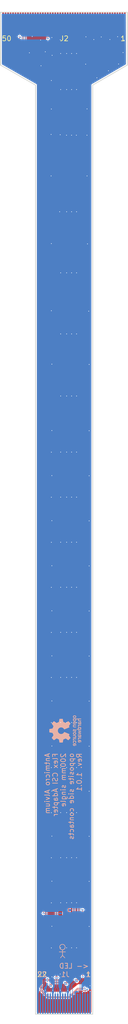
<source format=kicad_pcb>
(kicad_pcb (version 20171130) (host pcbnew 5.1.6)
  (title_block (title "Antmicro Alvium flex CSI adapter") (rev 1.0.1) (comment 2 www.antmicro.com) (comment 3 "Antmicro Ltd."))
  (layers (0 F.Cu signal) (31 B.Cu signal) (34 B.Paste user) (35 F.Paste user) (36 B.SilkS user) (37 F.SilkS user) (38 B.Mask user) (39 F.Mask user) (44 Edge.Cuts user))
  (net 0 "")
  (net 1 /5V)
  (net 2 /SCL)
  (net 3 /SDA)
  (net 4 /GPIO2)
  (net 5 /GPIO3)
  (net 6 /CSI1_D1_N)
  (net 7 /CSI1_D1_P)
  (net 8 /GND)
  (net 9 /CSI1_D0_N)
  (net 10 /CSI1_D0_P)
  (net 11 /CSI0_CLK_N)
  (net 12 /CSI0_CLK_P)
  (net 13 /CSI0_D1_N)
  (net 14 /CSI0_D1_P)
  (net 15 /CSI0_D0_N)
  (net 16 /CSI0_D0_P)
  (net 17 "Net-(J2-Pad48)")
  (net 18 "Net-(J2-Pad47)")
  (net 19 "Net-(J2-Pad46)")
  (net 20 "Net-(J2-Pad45)")
  (net 21 "Net-(J2-Pad44)")
  (net 22 "Net-(J2-Pad43)")
  (net 23 "Net-(J2-Pad40)")
  (net 24 "Net-(J2-Pad39)")
  (net 25 "Net-(J2-Pad38)")
  (net 26 "Net-(J2-Pad37)")
  (net 27 "Net-(J2-Pad36)")
  (net 28 "Net-(J2-Pad35)")
  (net 29 "Net-(J2-Pad34)")
  (net 30 "Net-(J2-Pad33)")
  (net 31 "Net-(J2-Pad31)")
  (net 32 "Net-(J2-Pad17)")
  (net 33 "Net-(J2-Pad16)")
  (net 34 "Net-(J2-Pad14)")
  (net 35 "Net-(J2-Pad13)")
  (net 36 "Net-(J2-Pad11)")
  (net 37 "Net-(J2-Pad10)")
  (net 38 "Net-(J2-Pad8)")
  (net 39 "Net-(J2-Pad7)")
  (net 40 "Net-(J2-Pad6)")
  (net 41 "Net-(J2-Pad5)")
  (net 42 "Net-(J2-Pad4)")
  (net 43 "Net-(J2-Pad3)")
  (net 44 "Net-(J2-Pad2)")
  (net 45 "Net-(J2-Pad1)")
  (net 46 /VSYNC)
  (module antmicro-alvium-flex-csi-adapter-footprints:SC70-3 (layer B.Cu) (at 188.96 244)
    (fp_text reference Q1 hide)
    (fp_text value BSS138APW hide)
    (pad 1 smd rect (at -0.95 0.65 270) (size 0.4 0.5) (layers B.Cu B.Paste B.Mask) (net 46 /VSYNC))
    (pad 2 smd rect (at -0.95 -0.65 270) (size 0.4 0.5) (layers B.Cu B.Paste B.Mask) (net 8 /GND))
    (pad 3 smd rect (at 0.95 0 270) (size 0.4 0.5) (layers B.Cu B.Paste B.Mask) (net 4 /GPIO2))
  )
  (module antmicro-alvium-flex-csi-adapter-footprints:oshw-logo (layer B.Cu) (at 188.954 208.1772 270)
    (fp_text reference N1 hide)
    (fp_text value oshw_logo hide)
  )
  (module antmicro-alvium-flex-csi-adapter-footprints:WE_687622100002_FLEX (layer B.Cu) (at 188.7 262.75 180)
    (fp_text reference J1 (at -0.26 5.9) (layer B.SilkS) (effects (justify mirror)))
    (fp_text value WE_687622100002_FLEX)
    (pad 1 smd rect (at -5.25 0.05 180) (size 0.3 4) (layers B.Cu B.Paste B.Mask) (net 1 /5V))
    (pad 2 smd rect (at -4.75 0.05 180) (size 0.3 4) (layers B.Cu B.Paste B.Mask) (net 2 /SCL))
    (pad 3 smd rect (at -4.25 0.05 180) (size 0.3 4) (layers B.Cu B.Paste B.Mask) (net 3 /SDA))
    (pad 4 smd rect (at -3.75 0.05 180) (size 0.3 4) (layers B.Cu B.Paste B.Mask) (net 1 /5V))
    (pad 5 smd rect (at -3.25 0.05 180) (size 0.3 4) (layers B.Cu B.Paste B.Mask) (net 4 /GPIO2))
    (pad 6 smd rect (at -2.75 0.05 180) (size 0.3 4) (layers B.Cu B.Paste B.Mask) (net 5 /GPIO3))
    (pad 7 smd rect (at -2.25 0.05 180) (size 0.3 4) (layers B.Cu B.Paste B.Mask) (net 1 /5V))
    (pad 8 smd rect (at -1.75 0.05 180) (size 0.3 4) (layers B.Cu B.Paste B.Mask) (net 6 /CSI1_D1_N))
    (pad 9 smd rect (at -1.25 0.05 180) (size 0.3 4) (layers B.Cu B.Paste B.Mask) (net 7 /CSI1_D1_P))
    (pad 10 smd rect (at -0.75 0.05 180) (size 0.3 4) (layers B.Cu B.Paste B.Mask) (net 8 /GND))
    (pad 11 smd rect (at -0.25 0.05 180) (size 0.3 4) (layers B.Cu B.Paste B.Mask) (net 9 /CSI1_D0_N))
    (pad 12 smd rect (at 0.25 0.05 180) (size 0.3 4) (layers B.Cu B.Paste B.Mask) (net 10 /CSI1_D0_P))
    (pad 13 smd rect (at 0.75 0.05 180) (size 0.3 4) (layers B.Cu B.Paste B.Mask) (net 8 /GND))
    (pad 14 smd rect (at 1.25 0.05 180) (size 0.3 4) (layers B.Cu B.Paste B.Mask) (net 11 /CSI0_CLK_N))
    (pad 15 smd rect (at 1.75 0.05 180) (size 0.3 4) (layers B.Cu B.Paste B.Mask) (net 12 /CSI0_CLK_P))
    (pad 16 smd rect (at 2.25 0.05 180) (size 0.3 4) (layers B.Cu B.Paste B.Mask) (net 8 /GND))
    (pad 17 smd rect (at 2.75 0.05 180) (size 0.3 4) (layers B.Cu B.Paste B.Mask) (net 13 /CSI0_D1_N))
    (pad 18 smd rect (at 3.25 0.05 180) (size 0.3 4) (layers B.Cu B.Paste B.Mask) (net 14 /CSI0_D1_P))
    (pad 19 smd rect (at 3.75 0.05 180) (size 0.3 4) (layers B.Cu B.Paste B.Mask) (net 8 /GND))
    (pad 20 smd rect (at 4.25 0.05 180) (size 0.3 4) (layers B.Cu B.Paste B.Mask) (net 15 /CSI0_D0_N))
    (pad 21 smd rect (at 4.75 0.05 180) (size 0.3 4) (layers B.Cu B.Paste B.Mask) (net 16 /CSI0_D0_P))
    (pad 22 smd rect (at 5.25 0.05 180) (size 0.3 4) (layers B.Cu B.Paste B.Mask) (net 8 /GND))
  )
  (module antmicro-alvium-flex-csi-adapter-footprints:WE_687650100002_FLEX (layer F.Cu) (at 188.7 66.75 180)
    (fp_text reference J2 (at -0.06 -3.2012) (layer F.SilkS))
    (fp_text value WE_687650100002_FLEX)
    (pad 50 smd rect (at 12.25 0 180) (size 0.3 4) (layers F.Cu F.Paste F.Mask) (net 1 /5V))
    (pad 49 smd rect (at 11.75 0 180) (size 0.3 4) (layers F.Cu F.Paste F.Mask) (net 1 /5V))
    (pad 48 smd rect (at 11.25 0 180) (size 0.3 4) (layers F.Cu F.Paste F.Mask) (net 17 "Net-(J2-Pad48)"))
    (pad 47 smd rect (at 10.75 0 180) (size 0.3 4) (layers F.Cu F.Paste F.Mask) (net 18 "Net-(J2-Pad47)"))
    (pad 46 smd rect (at 10.25 0 180) (size 0.3 4) (layers F.Cu F.Paste F.Mask) (net 19 "Net-(J2-Pad46)"))
    (pad 45 smd rect (at 9.75 0 180) (size 0.3 4) (layers F.Cu F.Paste F.Mask) (net 20 "Net-(J2-Pad45)"))
    (pad 44 smd rect (at 9.25 0 180) (size 0.3 4) (layers F.Cu F.Paste F.Mask) (net 21 "Net-(J2-Pad44)"))
    (pad 43 smd rect (at 8.75 0 180) (size 0.3 4) (layers F.Cu F.Paste F.Mask) (net 22 "Net-(J2-Pad43)"))
    (pad 42 smd rect (at 8.25 0 180) (size 0.3 4) (layers F.Cu F.Paste F.Mask) (net 2 /SCL))
    (pad 41 smd rect (at 7.75 0 180) (size 0.3 4) (layers F.Cu F.Paste F.Mask) (net 3 /SDA))
    (pad 40 smd rect (at 7.25 0 180) (size 0.3 4) (layers F.Cu F.Paste F.Mask) (net 23 "Net-(J2-Pad40)"))
    (pad 39 smd rect (at 6.75 0 180) (size 0.3 4) (layers F.Cu F.Paste F.Mask) (net 24 "Net-(J2-Pad39)"))
    (pad 38 smd rect (at 6.25 0 180) (size 0.3 4) (layers F.Cu F.Paste F.Mask) (net 25 "Net-(J2-Pad38)"))
    (pad 37 smd rect (at 5.75 0 180) (size 0.3 4) (layers F.Cu F.Paste F.Mask) (net 26 "Net-(J2-Pad37)"))
    (pad 36 smd rect (at 5.25 0 180) (size 0.3 4) (layers F.Cu F.Paste F.Mask) (net 27 "Net-(J2-Pad36)"))
    (pad 35 smd rect (at 4.75 0 180) (size 0.3 4) (layers F.Cu F.Paste F.Mask) (net 28 "Net-(J2-Pad35)"))
    (pad 34 smd rect (at 4.25 0 180) (size 0.3 4) (layers F.Cu F.Paste F.Mask) (net 29 "Net-(J2-Pad34)"))
    (pad 33 smd rect (at 3.75 0 180) (size 0.3 4) (layers F.Cu F.Paste F.Mask) (net 30 "Net-(J2-Pad33)"))
    (pad 32 smd rect (at 3.25 0 180) (size 0.3 4) (layers F.Cu F.Paste F.Mask) (net 46 /VSYNC))
    (pad 31 smd rect (at 2.75 0 180) (size 0.3 4) (layers F.Cu F.Paste F.Mask) (net 31 "Net-(J2-Pad31)"))
    (pad 30 smd rect (at 2.25 0 180) (size 0.3 4) (layers F.Cu F.Paste F.Mask) (net 8 /GND))
    (pad 29 smd rect (at 1.75 0 180) (size 0.3 4) (layers F.Cu F.Paste F.Mask) (net 12 /CSI0_CLK_P))
    (pad 28 smd rect (at 1.25 0 180) (size 0.3 4) (layers F.Cu F.Paste F.Mask) (net 11 /CSI0_CLK_N))
    (pad 27 smd rect (at 0.75 0 180) (size 0.3 4) (layers F.Cu F.Paste F.Mask) (net 8 /GND))
    (pad 26 smd rect (at 0.25 0 180) (size 0.3 4) (layers F.Cu F.Paste F.Mask) (net 16 /CSI0_D0_P))
    (pad 25 smd rect (at -0.25 0 180) (size 0.3 4) (layers F.Cu F.Paste F.Mask) (net 15 /CSI0_D0_N))
    (pad 24 smd rect (at -0.75 0 180) (size 0.3 4) (layers F.Cu F.Paste F.Mask) (net 14 /CSI0_D1_P))
    (pad 23 smd rect (at -1.25 0 180) (size 0.3 4) (layers F.Cu F.Paste F.Mask) (net 13 /CSI0_D1_N))
    (pad 22 smd rect (at -1.75 0 180) (size 0.3 4) (layers F.Cu F.Paste F.Mask) (net 10 /CSI1_D0_P))
    (pad 21 smd rect (at -2.25 0 180) (size 0.3 4) (layers F.Cu F.Paste F.Mask) (net 9 /CSI1_D0_N))
    (pad 20 smd rect (at -2.75 0 180) (size 0.3 4) (layers F.Cu F.Paste F.Mask) (net 7 /CSI1_D1_P))
    (pad 19 smd rect (at -3.25 0 180) (size 0.3 4) (layers F.Cu F.Paste F.Mask) (net 6 /CSI1_D1_N))
    (pad 18 smd rect (at -3.75 0 180) (size 0.3 4) (layers F.Cu F.Paste F.Mask) (net 8 /GND))
    (pad 17 smd rect (at -4.25 0 180) (size 0.3 4) (layers F.Cu F.Paste F.Mask) (net 32 "Net-(J2-Pad17)"))
    (pad 16 smd rect (at -4.75 0 180) (size 0.3 4) (layers F.Cu F.Paste F.Mask) (net 33 "Net-(J2-Pad16)"))
    (pad 15 smd rect (at -5.25 0 180) (size 0.3 4) (layers F.Cu F.Paste F.Mask) (net 8 /GND))
    (pad 14 smd rect (at -5.75 0 180) (size 0.3 4) (layers F.Cu F.Paste F.Mask) (net 34 "Net-(J2-Pad14)"))
    (pad 13 smd rect (at -6.25 0 180) (size 0.3 4) (layers F.Cu F.Paste F.Mask) (net 35 "Net-(J2-Pad13)"))
    (pad 12 smd rect (at -6.75 0 180) (size 0.3 4) (layers F.Cu F.Paste F.Mask) (net 8 /GND))
    (pad 11 smd rect (at -7.25 0 180) (size 0.3 4) (layers F.Cu F.Paste F.Mask) (net 36 "Net-(J2-Pad11)"))
    (pad 10 smd rect (at -7.75 0 180) (size 0.3 4) (layers F.Cu F.Paste F.Mask) (net 37 "Net-(J2-Pad10)"))
    (pad 9 smd rect (at -8.25 0 180) (size 0.3 4) (layers F.Cu F.Paste F.Mask) (net 8 /GND))
    (pad 8 smd rect (at -8.75 0 180) (size 0.3 4) (layers F.Cu F.Paste F.Mask) (net 38 "Net-(J2-Pad8)"))
    (pad 7 smd rect (at -9.25 0 180) (size 0.3 4) (layers F.Cu F.Paste F.Mask) (net 39 "Net-(J2-Pad7)"))
    (pad 6 smd rect (at -9.75 0 180) (size 0.3 4) (layers F.Cu F.Paste F.Mask) (net 40 "Net-(J2-Pad6)"))
    (pad 5 smd rect (at -10.25 0 180) (size 0.3 4) (layers F.Cu F.Paste F.Mask) (net 41 "Net-(J2-Pad5)"))
    (pad 4 smd rect (at -10.75 0 180) (size 0.3 4) (layers F.Cu F.Paste F.Mask) (net 42 "Net-(J2-Pad4)"))
    (pad 3 smd rect (at -11.25 0 180) (size 0.3 4) (layers F.Cu F.Paste F.Mask) (net 43 "Net-(J2-Pad3)"))
    (pad 2 smd rect (at -11.75 0 180) (size 0.3 4) (layers F.Cu F.Paste F.Mask) (net 44 "Net-(J2-Pad2)"))
    (pad 1 smd rect (at -12.25 0 180) (size 0.3 4) (layers F.Cu F.Paste F.Mask) (net 45 "Net-(J2-Pad1)"))
  )
  (gr_line (start 188.991 252.3452) (end 187.751 252.3452) (layer B.SilkS) (width 0.12))
  (gr_line (start 188.401 253.0552) (end 188.871 253.5352) (layer B.SilkS) (width 0.12))
  (gr_circle (center 188.381 251.3852) (end 188.929179 251.3852) (layer B.SilkS) (width 0.12))
  (gr_text "<- LED" (at 193.78 255.1672) (layer B.SilkS) (effects (font (size 1 1)) (justify left mirror)))
  (gr_line (start 188.401 253.0552) (end 188.001 253.5352) (layer B.SilkS) (width 0.12))
  (gr_line (start 188.401 251.9552) (end 188.401 253.0552) (layer B.SilkS) (width 0.12))
  (gr_text "Antmicro Alvium\nFlex CSI Adapter\n200mm single\nopposite side contacts\nRev. 1.0.1" (at 188.56 212.5512 90) (layer B.SilkS) (effects (font (size 1 1)) (justify left mirror)))
  (gr_line (start 201.429 75.25) (end 201.4 64.7) (layer Edge.Cuts) (width 0.15))
  (gr_line (start 175.9 64.7) (end 201.4 64.7) (layer Edge.Cuts) (width 0.15))
  (gr_line (start 175.929 75.25) (end 175.9 64.7) (layer Edge.Cuts) (width 0.15))
  (gr_line (start 175.902 64.736) (end 175.902 75.286) (layer F.SilkS) (width 0.15))
  (gr_text 22 (at 184.275 256.85) (layer F.SilkS) (effects (font (size 1 1))))
  (gr_text 1 (at 193.625 256.85) (layer F.SilkS) (effects (font (size 1 1))))
  (gr_line (start 175.902 64.736) (end 175.902 75.286) (layer F.SilkS) (width 0.15))
  (gr_text 22 (at 184.325 256.85) (layer B.SilkS) (effects (font (size 1 1)) (justify mirror)))
  (gr_text 1 (at 193.55 256.85) (layer B.SilkS) (effects (font (size 1 1)) (justify mirror)))
  (gr_text 50 (at 177.16 69.9512) (layer F.SilkS) (effects (font (size 1 1))))
  (gr_text 1 (at 200.56 69.9512) (layer F.SilkS) (effects (font (size 1 1))))
  (gr_line (start 201.429 64.736) (end 201.429 75.286) (layer F.SilkS) (width 0.15))
  (gr_line (start 194.479 79.25) (end 201.429 75.25) (layer Edge.Cuts) (width 0.15))
  (gr_line (start 175.929 75.25) (end 182.979 79.25) (layer Edge.Cuts) (width 0.15))
  (gr_line (start 194.479 264.786) (end 194.479 79.25) (layer Edge.Cuts) (width 0.15))
  (gr_line (start 182.979 264.786) (end 182.979 79.25) (layer Edge.Cuts) (width 0.15))
  (gr_line (start 182.979 264.786) (end 194.479 264.786) (layer Edge.Cuts) (width 0.15))
  (segment (start 176.45 66.75) (end 176.45 69.447) (width 0.3) (layer F.Cu) (net 1))
  (via (at 193.959 260.246) (size 0.35) (drill 0.15) (layers F.Cu B.Cu) (net 1))
  (segment (start 176.45 66.75) (end 176.95 66.75) (width 0.3) (layer F.Cu) (net 1))
  (segment (start 193.95 260.255) (end 193.959 260.246) (width 0.3) (layer B.Cu) (net 1))
  (segment (start 193.95 262.7) (end 193.95 260.255) (width 0.3) (layer B.Cu) (net 1))
  (segment (start 191.709 260.226) (end 192.219 260.226) (width 0.3) (layer F.Cu) (net 1))
  (segment (start 193.959 260.246) (end 193.475 260.73) (width 0.3) (layer F.Cu) (net 1))
  (segment (start 192.723 260.73) (end 192.219 260.226) (width 0.3) (layer F.Cu) (net 1))
  (segment (start 193.475 260.73) (end 192.723 260.73) (width 0.3) (layer F.Cu) (net 1))
  (via (at 192.4084 260.4252) (size 0.35) (drill 0.15) (layers F.Cu B.Cu) (net 1))
  (via (at 191.5956 260.3236) (size 0.35) (drill 0.15) (layers F.Cu B.Cu) (net 1))
  (segment (start 191.2214 260.3236) (end 191.5956 260.3236) (width 0.2) (layer B.Cu) (net 1))
  (segment (start 190.95 260.4) (end 190.95 262.7) (width 0.3) (layer B.Cu) (net 1))
  (segment (start 191.0264 260.3236) (end 190.95 260.4) (width 0.3) (layer B.Cu) (net 1))
  (segment (start 191.5956 260.3236) (end 191.0264 260.3236) (width 0.3) (layer B.Cu) (net 1))
  (segment (start 192.45 260.4668) (end 192.4084 260.4252) (width 0.3) (layer B.Cu) (net 1))
  (segment (start 192.45 262.7) (end 192.45 260.4668) (width 0.3) (layer B.Cu) (net 1))
  (segment (start 193.45 260.95) (end 193.45 262.8) (width 0.1) (layer B.Cu) (net 2))
  (via (at 193.359 259.856) (size 0.35) (drill 0.15) (layers F.Cu B.Cu) (net 2))
  (segment (start 193.45 262.7) (end 193.45 259.947) (width 0.1) (layer B.Cu) (net 2))
  (segment (start 193.45 259.947) (end 193.359 259.856) (width 0.1) (layer B.Cu) (net 2))
  (segment (start 180.45 72.777) (end 180.45 66.75) (width 0.1) (layer F.Cu) (net 2))
  (segment (start 183.969 256.336) (end 184.929 255.376) (width 0.1) (layer F.Cu) (net 2))
  (segment (start 183.969 260.036) (end 183.969 256.336) (width 0.1) (layer F.Cu) (net 2))
  (segment (start 185.439 261.506) (end 183.969 260.036) (width 0.1) (layer F.Cu) (net 2))
  (segment (start 193.089 260.126) (end 192.759 260.126) (width 0.1) (layer F.Cu) (net 2))
  (segment (start 191.419 259.876) (end 189.789 261.506) (width 0.1) (layer F.Cu) (net 2))
  (segment (start 193.359 259.856) (end 193.089 260.126) (width 0.1) (layer F.Cu) (net 2))
  (segment (start 192.759 260.126) (end 192.509 259.876) (width 0.1) (layer F.Cu) (net 2))
  (segment (start 184.929 77.256) (end 180.45 72.777) (width 0.1) (layer F.Cu) (net 2))
  (segment (start 192.509 259.876) (end 191.419 259.876) (width 0.1) (layer F.Cu) (net 2))
  (segment (start 189.789 261.506) (end 185.439 261.506) (width 0.1) (layer F.Cu) (net 2))
  (segment (start 184.929 77.256) (end 184.929 177.359) (width 0.1) (layer F.Cu) (net 2))
  (segment (start 184.929 177.359) (end 184.929 177.256) (width 0.1) (layer F.Cu) (net 2))
  (segment (start 184.929 255.376) (end 184.929 177.359) (width 0.1) (layer F.Cu) (net 2))
  (segment (start 192.95 260.95) (end 192.95 262.8) (width 0.1) (layer B.Cu) (net 3))
  (segment (start 192.95 262.7) (end 192.95 259.707) (width 0.1) (layer B.Cu) (net 3))
  (via (at 192.859 259.616) (size 0.35) (drill 0.15) (layers F.Cu B.Cu) (net 3))
  (segment (start 192.95 259.707) (end 192.859 259.616) (width 0.1) (layer B.Cu) (net 3))
  (segment (start 185.539 261.306) (end 189.699 261.306) (width 0.1) (layer F.Cu) (net 3))
  (segment (start 184.169 259.936) (end 185.539 261.306) (width 0.1) (layer F.Cu) (net 3))
  (segment (start 189.699 261.306) (end 191.389 259.616) (width 0.1) (layer F.Cu) (net 3))
  (segment (start 191.389 259.616) (end 192.859 259.616) (width 0.1) (layer F.Cu) (net 3))
  (segment (start 184.169 256.446) (end 184.169 259.936) (width 0.1) (layer F.Cu) (net 3))
  (segment (start 184.169 256.446) (end 184.169 258.356) (width 0.1) (layer F.Cu) (net 3))
  (segment (start 180.95 72.987) (end 180.95 66.75) (width 0.1) (layer F.Cu) (net 3))
  (segment (start 185.129 77.166) (end 180.95 72.987) (width 0.1) (layer F.Cu) (net 3))
  (segment (start 185.129 255.486) (end 185.129 77.166) (width 0.1) (layer F.Cu) (net 3))
  (segment (start 184.169 256.446) (end 185.129 255.486) (width 0.1) (layer F.Cu) (net 3))
  (segment (start 191.95 262.7) (end 191.95 258.4612) (width 0.1) (layer B.Cu) (net 4))
  (segment (start 191.95 258.4612) (end 192.46 257.9512) (width 0.1) (layer B.Cu) (net 4))
  (via (at 192.46 257.2512) (size 0.35) (drill 0.15) (layers F.Cu B.Cu) (net 4))
  (segment (start 192.46 257.9512) (end 192.46 257.2512) (width 0.1) (layer B.Cu) (net 4))
  (via (at 192.46 243.9512) (size 0.35) (drill 0.15) (layers F.Cu B.Cu) (net 4))
  (segment (start 192.46 257.2512) (end 192.46 243.9512) (width 0.1) (layer F.Cu) (net 4))
  (segment (start 189.9588 243.9512) (end 189.91 244) (width 0.1) (layer B.Cu) (net 4))
  (segment (start 192.46 243.9512) (end 189.9588 243.9512) (width 0.1) (layer B.Cu) (net 4))
  (segment (start 190.45 262.8) (end 190.45 260.95) (width 0.1) (layer B.Cu) (net 6))
  (segment (start 190.45 262.7) (end 190.45 259.699999) (width 0.1) (layer B.Cu) (net 6))
  (segment (start 190.45 259.699999) (end 190.3 259.549999) (width 0.1) (layer B.Cu) (net 6))
  (via (at 191.3181 258.2351) (size 0.35) (drill 0.15) (layers F.Cu B.Cu) (net 6))
  (segment (start 191.141322 258.2351) (end 191.3181 258.2351) (width 0.1) (layer B.Cu) (net 6))
  (segment (start 190.3 259.549999) (end 190.3 259.076422) (width 0.1) (layer B.Cu) (net 6))
  (segment (start 190.3 259.076422) (end 191.141322 258.2351) (width 0.1) (layer B.Cu) (net 6))
  (segment (start 191.95 69.750001) (end 191.95 66.75) (width 0.1) (layer F.Cu) (net 6))
  (segment (start 191.8 69.900001) (end 191.95 69.750001) (width 0.1) (layer F.Cu) (net 6))
  (segment (start 191.8 70.307) (end 191.8 69.900001) (width 0.1) (layer F.Cu) (net 6))
  (segment (start 191.804388 70.345941) (end 191.8 70.307) (width 0.1) (layer F.Cu) (net 6))
  (segment (start 191.817331 70.382929) (end 191.804388 70.345941) (width 0.1) (layer F.Cu) (net 6))
  (segment (start 191.86589 70.44382) (end 191.83818 70.41611) (width 0.1) (layer F.Cu) (net 6))
  (segment (start 192.400391 72.332) (end 192.479015 72.323141) (width 0.1) (layer F.Cu) (net 6))
  (segment (start 192.753722 71.978668) (end 192.753722 71.935331) (width 0.1) (layer F.Cu) (net 6))
  (segment (start 191.83818 72.397889) (end 191.86589 72.370179) (width 0.1) (layer F.Cu) (net 6))
  (segment (start 192.753722 71.935331) (end 192.744864 71.856707) (width 0.1) (layer F.Cu) (net 6))
  (segment (start 192.62069 71.659085) (end 192.553696 71.61699) (width 0.1) (layer F.Cu) (net 6))
  (segment (start 191.86589 71.270179) (end 191.899071 71.24933) (width 0.1) (layer F.Cu) (net 6))
  (segment (start 192.400391 71.232) (end 192.479015 71.223141) (width 0.1) (layer F.Cu) (net 6))
  (segment (start 191.975 72.332) (end 192.400391 72.332) (width 0.1) (layer F.Cu) (net 6))
  (segment (start 191.3181 258.058322) (end 191.8 257.576422) (width 0.1) (layer F.Cu) (net 6))
  (segment (start 191.975 70.482) (end 191.936059 70.477612) (width 0.1) (layer F.Cu) (net 6))
  (segment (start 191.899071 71.564669) (end 191.86589 71.54382) (width 0.1) (layer F.Cu) (net 6))
  (segment (start 192.718732 70.682026) (end 192.676637 70.615032) (width 0.1) (layer F.Cu) (net 6))
  (segment (start 192.718732 72.131973) (end 192.744864 72.057292) (width 0.1) (layer F.Cu) (net 6))
  (segment (start 192.744864 72.057292) (end 192.753722 71.978668) (width 0.1) (layer F.Cu) (net 6))
  (segment (start 191.899071 70.464669) (end 191.86589 70.44382) (width 0.1) (layer F.Cu) (net 6))
  (segment (start 191.936059 71.236387) (end 191.975 71.232) (width 0.1) (layer F.Cu) (net 6))
  (segment (start 192.479015 70.490858) (end 192.400391 70.482) (width 0.1) (layer F.Cu) (net 6))
  (segment (start 191.975 71.232) (end 192.400391 71.232) (width 0.1) (layer F.Cu) (net 6))
  (segment (start 192.744864 70.756707) (end 192.718732 70.682026) (width 0.1) (layer F.Cu) (net 6))
  (segment (start 191.86589 71.54382) (end 191.83818 71.51611) (width 0.1) (layer F.Cu) (net 6))
  (segment (start 191.83818 71.297889) (end 191.86589 71.270179) (width 0.1) (layer F.Cu) (net 6))
  (segment (start 191.817331 71.33107) (end 191.83818 71.297889) (width 0.1) (layer F.Cu) (net 6))
  (segment (start 191.3181 258.2351) (end 191.3181 258.058322) (width 0.1) (layer F.Cu) (net 6))
  (segment (start 192.753722 70.835331) (end 192.744864 70.756707) (width 0.1) (layer F.Cu) (net 6))
  (segment (start 191.8 257.576422) (end 191.8 72.507) (width 0.1) (layer F.Cu) (net 6))
  (segment (start 191.8 72.507) (end 191.804388 72.468058) (width 0.1) (layer F.Cu) (net 6))
  (segment (start 191.83818 70.41611) (end 191.817331 70.382929) (width 0.1) (layer F.Cu) (net 6))
  (segment (start 191.804388 72.468058) (end 191.817331 72.43107) (width 0.1) (layer F.Cu) (net 6))
  (segment (start 191.817331 72.43107) (end 191.83818 72.397889) (width 0.1) (layer F.Cu) (net 6))
  (segment (start 191.86589 72.370179) (end 191.899071 72.34933) (width 0.1) (layer F.Cu) (net 6))
  (segment (start 192.718732 71.782026) (end 192.676637 71.715032) (width 0.1) (layer F.Cu) (net 6))
  (segment (start 192.479015 72.323141) (end 192.553696 72.297009) (width 0.1) (layer F.Cu) (net 6))
  (segment (start 191.899071 72.34933) (end 191.936059 72.336387) (width 0.1) (layer F.Cu) (net 6))
  (segment (start 192.479015 71.223141) (end 192.553696 71.197009) (width 0.1) (layer F.Cu) (net 6))
  (segment (start 191.936059 72.336387) (end 191.975 72.332) (width 0.1) (layer F.Cu) (net 6))
  (segment (start 192.553696 72.297009) (end 192.62069 72.254914) (width 0.1) (layer F.Cu) (net 6))
  (segment (start 192.62069 72.254914) (end 192.676637 72.198967) (width 0.1) (layer F.Cu) (net 6))
  (segment (start 192.676637 72.198967) (end 192.718732 72.131973) (width 0.1) (layer F.Cu) (net 6))
  (segment (start 192.553696 71.197009) (end 192.62069 71.154914) (width 0.1) (layer F.Cu) (net 6))
  (segment (start 192.744864 71.856707) (end 192.718732 71.782026) (width 0.1) (layer F.Cu) (net 6))
  (segment (start 192.676637 71.715032) (end 192.62069 71.659085) (width 0.1) (layer F.Cu) (net 6))
  (segment (start 192.553696 71.61699) (end 192.479015 71.590858) (width 0.1) (layer F.Cu) (net 6))
  (segment (start 192.479015 71.590858) (end 192.400391 71.582) (width 0.1) (layer F.Cu) (net 6))
  (segment (start 192.62069 70.559085) (end 192.553696 70.51699) (width 0.1) (layer F.Cu) (net 6))
  (segment (start 192.400391 71.582) (end 191.975 71.582) (width 0.1) (layer F.Cu) (net 6))
  (segment (start 191.936059 71.577612) (end 191.899071 71.564669) (width 0.1) (layer F.Cu) (net 6))
  (segment (start 191.83818 71.51611) (end 191.817331 71.482929) (width 0.1) (layer F.Cu) (net 6))
  (segment (start 192.553696 70.51699) (end 192.479015 70.490858) (width 0.1) (layer F.Cu) (net 6))
  (segment (start 191.975 71.582) (end 191.936059 71.577612) (width 0.1) (layer F.Cu) (net 6))
  (segment (start 191.817331 71.482929) (end 191.804388 71.445941) (width 0.1) (layer F.Cu) (net 6))
  (segment (start 191.804388 71.445941) (end 191.8 71.407) (width 0.1) (layer F.Cu) (net 6))
  (segment (start 191.8 71.407) (end 191.804388 71.368058) (width 0.1) (layer F.Cu) (net 6))
  (segment (start 191.804388 71.368058) (end 191.817331 71.33107) (width 0.1) (layer F.Cu) (net 6))
  (segment (start 192.62069 71.154914) (end 192.676637 71.098967) (width 0.1) (layer F.Cu) (net 6))
  (segment (start 192.676637 71.098967) (end 192.718732 71.031973) (width 0.1) (layer F.Cu) (net 6))
  (segment (start 192.718732 71.031973) (end 192.744864 70.957292) (width 0.1) (layer F.Cu) (net 6))
  (segment (start 192.744864 70.957292) (end 192.753722 70.878668) (width 0.1) (layer F.Cu) (net 6))
  (segment (start 192.753722 70.878668) (end 192.753722 70.835331) (width 0.1) (layer F.Cu) (net 6))
  (segment (start 192.676637 70.615032) (end 192.62069 70.559085) (width 0.1) (layer F.Cu) (net 6))
  (segment (start 192.400391 70.482) (end 191.975 70.482) (width 0.1) (layer F.Cu) (net 6))
  (segment (start 191.899071 71.24933) (end 191.936059 71.236387) (width 0.1) (layer F.Cu) (net 6))
  (segment (start 191.936059 70.477612) (end 191.899071 70.464669) (width 0.1) (layer F.Cu) (net 6))
  (segment (start 189.95 262.8) (end 189.95 260.95) (width 0.1) (layer B.Cu) (net 7))
  (segment (start 189.95 262.7) (end 189.95 259.699999) (width 0.1) (layer B.Cu) (net 7))
  (segment (start 189.95 259.699999) (end 190.1 259.549999) (width 0.1) (layer B.Cu) (net 7))
  (via (at 190.9999 257.9169) (size 0.35) (drill 0.15) (layers F.Cu B.Cu) (net 7))
  (segment (start 190.1 258.993578) (end 190.9999 258.093678) (width 0.1) (layer B.Cu) (net 7))
  (segment (start 190.1 259.549999) (end 190.1 258.993578) (width 0.1) (layer B.Cu) (net 7))
  (segment (start 190.9999 258.093678) (end 190.9999 257.9169) (width 0.1) (layer B.Cu) (net 7))
  (segment (start 192.417664 70.686387) (end 192.378722 70.682) (width 0.1) (layer F.Cu) (net 7))
  (segment (start 192.536392 70.932929) (end 192.549335 70.895941) (width 0.1) (layer F.Cu) (net 7))
  (segment (start 192.378722 70.682) (end 191.953332 70.682) (width 0.1) (layer F.Cu) (net 7))
  (segment (start 191.733033 71.109085) (end 191.800027 71.06699) (width 0.1) (layer F.Cu) (net 7))
  (segment (start 192.378722 71.032) (end 192.417664 71.027612) (width 0.1) (layer F.Cu) (net 7))
  (segment (start 191.677086 71.165032) (end 191.733033 71.109085) (width 0.1) (layer F.Cu) (net 7))
  (segment (start 191.634991 71.232026) (end 191.677086 71.165032) (width 0.1) (layer F.Cu) (net 7))
  (segment (start 190.9999 257.9169) (end 191.176678 257.9169) (width 0.1) (layer F.Cu) (net 7))
  (segment (start 191.6 71.385331) (end 191.608859 71.306707) (width 0.1) (layer F.Cu) (net 7))
  (segment (start 191.733033 71.704914) (end 191.677086 71.648967) (width 0.1) (layer F.Cu) (net 7))
  (segment (start 191.953332 72.132) (end 192.378722 72.132) (width 0.1) (layer F.Cu) (net 7))
  (segment (start 192.417664 71.786387) (end 192.378722 71.782) (width 0.1) (layer F.Cu) (net 7))
  (segment (start 191.800027 72.16699) (end 191.874708 72.140858) (width 0.1) (layer F.Cu) (net 7))
  (segment (start 191.733033 72.209085) (end 191.800027 72.16699) (width 0.1) (layer F.Cu) (net 7))
  (segment (start 192.378722 72.132) (end 192.417664 72.127612) (width 0.1) (layer F.Cu) (net 7))
  (segment (start 191.608859 72.406707) (end 191.634991 72.332026) (width 0.1) (layer F.Cu) (net 7))
  (segment (start 192.549335 70.895941) (end 192.553722 70.857) (width 0.1) (layer F.Cu) (net 7))
  (segment (start 191.608859 71.306707) (end 191.634991 71.232026) (width 0.1) (layer F.Cu) (net 7))
  (segment (start 192.487833 72.09382) (end 192.515543 72.06611) (width 0.1) (layer F.Cu) (net 7))
  (segment (start 192.553722 70.857) (end 192.549335 70.818058) (width 0.1) (layer F.Cu) (net 7))
  (segment (start 191.677086 70.548967) (end 191.634991 70.481973) (width 0.1) (layer F.Cu) (net 7))
  (segment (start 191.608859 71.507292) (end 191.6 71.428668) (width 0.1) (layer F.Cu) (net 7))
  (segment (start 191.6 72.485331) (end 191.608859 72.406707) (width 0.1) (layer F.Cu) (net 7))
  (segment (start 192.549335 71.918058) (end 192.536392 71.88107) (width 0.1) (layer F.Cu) (net 7))
  (segment (start 191.874708 72.140858) (end 191.953332 72.132) (width 0.1) (layer F.Cu) (net 7))
  (segment (start 191.6 70.328668) (end 191.6 69.900001) (width 0.1) (layer F.Cu) (net 7))
  (segment (start 191.608859 70.407292) (end 191.6 70.328668) (width 0.1) (layer F.Cu) (net 7))
  (segment (start 192.417664 72.127612) (end 192.454652 72.114669) (width 0.1) (layer F.Cu) (net 7))
  (segment (start 191.800027 71.747009) (end 191.733033 71.704914) (width 0.1) (layer F.Cu) (net 7))
  (segment (start 191.634991 72.332026) (end 191.677086 72.265032) (width 0.1) (layer F.Cu) (net 7))
  (segment (start 192.454652 70.69933) (end 192.417664 70.686387) (width 0.1) (layer F.Cu) (net 7))
  (segment (start 192.536392 71.88107) (end 192.515543 71.847889) (width 0.1) (layer F.Cu) (net 7))
  (segment (start 192.515543 70.747889) (end 192.487833 70.720179) (width 0.1) (layer F.Cu) (net 7))
  (segment (start 191.953332 71.032) (end 192.378722 71.032) (width 0.1) (layer F.Cu) (net 7))
  (segment (start 192.549335 71.995941) (end 192.553722 71.957) (width 0.1) (layer F.Cu) (net 7))
  (segment (start 192.454652 72.114669) (end 192.487833 72.09382) (width 0.1) (layer F.Cu) (net 7))
  (segment (start 192.515543 72.06611) (end 192.536392 72.032929) (width 0.1) (layer F.Cu) (net 7))
  (segment (start 191.6 71.428668) (end 191.6 71.385331) (width 0.1) (layer F.Cu) (net 7))
  (segment (start 192.417664 71.027612) (end 192.454652 71.014669) (width 0.1) (layer F.Cu) (net 7))
  (segment (start 191.953332 70.682) (end 191.874708 70.673141) (width 0.1) (layer F.Cu) (net 7))
  (segment (start 192.454652 71.014669) (end 192.487833 70.99382) (width 0.1) (layer F.Cu) (net 7))
  (segment (start 192.454652 71.79933) (end 192.417664 71.786387) (width 0.1) (layer F.Cu) (net 7))
  (segment (start 192.515543 71.847889) (end 192.487833 71.820179) (width 0.1) (layer F.Cu) (net 7))
  (segment (start 192.536392 70.78107) (end 192.515543 70.747889) (width 0.1) (layer F.Cu) (net 7))
  (segment (start 191.634991 71.581973) (end 191.608859 71.507292) (width 0.1) (layer F.Cu) (net 7))
  (segment (start 192.487833 71.820179) (end 192.454652 71.79933) (width 0.1) (layer F.Cu) (net 7))
  (segment (start 191.6 257.493578) (end 191.6 72.485331) (width 0.1) (layer F.Cu) (net 7))
  (segment (start 192.487833 70.720179) (end 192.454652 70.69933) (width 0.1) (layer F.Cu) (net 7))
  (segment (start 191.677086 71.648967) (end 191.634991 71.581973) (width 0.1) (layer F.Cu) (net 7))
  (segment (start 192.378722 71.782) (end 191.953332 71.782) (width 0.1) (layer F.Cu) (net 7))
  (segment (start 191.874708 71.773141) (end 191.800027 71.747009) (width 0.1) (layer F.Cu) (net 7))
  (segment (start 191.677086 72.265032) (end 191.733033 72.209085) (width 0.1) (layer F.Cu) (net 7))
  (segment (start 191.874708 70.673141) (end 191.800027 70.647009) (width 0.1) (layer F.Cu) (net 7))
  (segment (start 191.733033 70.604914) (end 191.677086 70.548967) (width 0.1) (layer F.Cu) (net 7))
  (segment (start 191.634991 70.481973) (end 191.608859 70.407292) (width 0.1) (layer F.Cu) (net 7))
  (segment (start 191.6 69.900001) (end 191.45 69.750001) (width 0.1) (layer F.Cu) (net 7))
  (segment (start 191.45 69.750001) (end 191.45 66.75) (width 0.1) (layer F.Cu) (net 7))
  (segment (start 191.800027 71.06699) (end 191.874708 71.040858) (width 0.1) (layer F.Cu) (net 7))
  (segment (start 191.953332 71.782) (end 191.874708 71.773141) (width 0.1) (layer F.Cu) (net 7))
  (segment (start 191.800027 70.647009) (end 191.733033 70.604914) (width 0.1) (layer F.Cu) (net 7))
  (segment (start 192.549335 70.818058) (end 192.536392 70.78107) (width 0.1) (layer F.Cu) (net 7))
  (segment (start 192.536392 72.032929) (end 192.549335 71.995941) (width 0.1) (layer F.Cu) (net 7))
  (segment (start 191.874708 71.040858) (end 191.953332 71.032) (width 0.1) (layer F.Cu) (net 7))
  (segment (start 192.487833 70.99382) (end 192.515543 70.96611) (width 0.1) (layer F.Cu) (net 7))
  (segment (start 192.515543 70.96611) (end 192.536392 70.932929) (width 0.1) (layer F.Cu) (net 7))
  (segment (start 191.176678 257.9169) (end 191.6 257.493578) (width 0.1) (layer F.Cu) (net 7))
  (segment (start 192.553722 71.957) (end 192.549335 71.918058) (width 0.1) (layer F.Cu) (net 7))
  (via (at 191.229 251.536) (size 0.35) (drill 0.15) (layers F.Cu B.Cu) (net 8))
  (via (at 193.759 247.266) (size 0.35) (drill 0.15) (layers F.Cu B.Cu) (net 8))
  (via (at 188.029 251.536) (size 0.35) (drill 0.15) (layers F.Cu B.Cu) (net 8))
  (via (at 189.229 251.536) (size 0.35) (drill 0.15) (layers F.Cu B.Cu) (net 8))
  (via (at 190.229 251.536) (size 0.35) (drill 0.15) (layers F.Cu B.Cu) (net 8))
  (via (at 186.2616 247.2332) (size 0.35) (drill 0.15) (layers F.Cu B.Cu) (net 8))
  (via (at 186.16 251.5512) (size 0.35) (drill 0.15) (layers F.Cu B.Cu) (net 8))
  (via (at 191.229 242.536) (size 0.35) (drill 0.15) (layers F.Cu B.Cu) (net 8))
  (via (at 193.759 238.266) (size 0.35) (drill 0.15) (layers F.Cu B.Cu) (net 8))
  (via (at 188.029 242.536) (size 0.35) (drill 0.15) (layers F.Cu B.Cu) (net 8))
  (via (at 189.229 242.536) (size 0.35) (drill 0.15) (layers F.Cu B.Cu) (net 8))
  (via (at 190.229 242.536) (size 0.35) (drill 0.15) (layers F.Cu B.Cu) (net 8))
  (via (at 186.2616 238.2332) (size 0.35) (drill 0.15) (layers F.Cu B.Cu) (net 8))
  (via (at 186.16 242.5512) (size 0.35) (drill 0.15) (layers F.Cu B.Cu) (net 8))
  (via (at 191.229 233.536) (size 0.35) (drill 0.15) (layers F.Cu B.Cu) (net 8))
  (via (at 193.759 229.266) (size 0.35) (drill 0.15) (layers F.Cu B.Cu) (net 8))
  (via (at 188.029 233.536) (size 0.35) (drill 0.15) (layers F.Cu B.Cu) (net 8))
  (via (at 189.229 233.536) (size 0.35) (drill 0.15) (layers F.Cu B.Cu) (net 8))
  (via (at 190.229 233.536) (size 0.35) (drill 0.15) (layers F.Cu B.Cu) (net 8))
  (via (at 186.2616 229.2332) (size 0.35) (drill 0.15) (layers F.Cu B.Cu) (net 8))
  (via (at 186.16 233.5512) (size 0.35) (drill 0.15) (layers F.Cu B.Cu) (net 8))
  (via (at 191.229 224.536) (size 0.35) (drill 0.15) (layers F.Cu B.Cu) (net 8))
  (via (at 193.759 220.266) (size 0.35) (drill 0.15) (layers F.Cu B.Cu) (net 8))
  (via (at 188.029 224.536) (size 0.35) (drill 0.15) (layers F.Cu B.Cu) (net 8))
  (via (at 189.229 224.536) (size 0.35) (drill 0.15) (layers F.Cu B.Cu) (net 8))
  (via (at 190.229 224.536) (size 0.35) (drill 0.15) (layers F.Cu B.Cu) (net 8))
  (via (at 186.2616 220.2332) (size 0.35) (drill 0.15) (layers F.Cu B.Cu) (net 8))
  (via (at 186.16 224.5512) (size 0.35) (drill 0.15) (layers F.Cu B.Cu) (net 8))
  (via (at 191.229 215.536) (size 0.35) (drill 0.15) (layers F.Cu B.Cu) (net 8))
  (via (at 193.759 211.266) (size 0.35) (drill 0.15) (layers F.Cu B.Cu) (net 8))
  (via (at 188.029 215.536) (size 0.35) (drill 0.15) (layers F.Cu B.Cu) (net 8))
  (via (at 189.229 215.536) (size 0.35) (drill 0.15) (layers F.Cu B.Cu) (net 8))
  (via (at 190.229 215.536) (size 0.35) (drill 0.15) (layers F.Cu B.Cu) (net 8))
  (via (at 186.2616 211.2332) (size 0.35) (drill 0.15) (layers F.Cu B.Cu) (net 8))
  (via (at 186.16 215.5512) (size 0.35) (drill 0.15) (layers F.Cu B.Cu) (net 8))
  (via (at 191.229 206.536) (size 0.35) (drill 0.15) (layers F.Cu B.Cu) (net 8))
  (via (at 193.759 202.266) (size 0.35) (drill 0.15) (layers F.Cu B.Cu) (net 8))
  (via (at 188.029 206.536) (size 0.35) (drill 0.15) (layers F.Cu B.Cu) (net 8))
  (via (at 189.229 206.536) (size 0.35) (drill 0.15) (layers F.Cu B.Cu) (net 8))
  (via (at 190.229 206.536) (size 0.35) (drill 0.15) (layers F.Cu B.Cu) (net 8))
  (via (at 186.2616 202.2332) (size 0.35) (drill 0.15) (layers F.Cu B.Cu) (net 8))
  (via (at 186.16 206.5512) (size 0.35) (drill 0.15) (layers F.Cu B.Cu) (net 8))
  (via (at 191.229 197.536) (size 0.35) (drill 0.15) (layers F.Cu B.Cu) (net 8))
  (via (at 193.759 193.266) (size 0.35) (drill 0.15) (layers F.Cu B.Cu) (net 8))
  (via (at 188.029 197.536) (size 0.35) (drill 0.15) (layers F.Cu B.Cu) (net 8))
  (via (at 189.229 197.536) (size 0.35) (drill 0.15) (layers F.Cu B.Cu) (net 8))
  (via (at 190.229 197.536) (size 0.35) (drill 0.15) (layers F.Cu B.Cu) (net 8))
  (via (at 186.2616 193.2332) (size 0.35) (drill 0.15) (layers F.Cu B.Cu) (net 8))
  (via (at 186.16 197.5512) (size 0.35) (drill 0.15) (layers F.Cu B.Cu) (net 8))
  (via (at 191.229 188.536) (size 0.35) (drill 0.15) (layers F.Cu B.Cu) (net 8))
  (via (at 193.759 184.266) (size 0.35) (drill 0.15) (layers F.Cu B.Cu) (net 8))
  (via (at 188.029 188.536) (size 0.35) (drill 0.15) (layers F.Cu B.Cu) (net 8))
  (via (at 189.229 188.536) (size 0.35) (drill 0.15) (layers F.Cu B.Cu) (net 8))
  (via (at 190.229 188.536) (size 0.35) (drill 0.15) (layers F.Cu B.Cu) (net 8))
  (via (at 186.2616 184.2332) (size 0.35) (drill 0.15) (layers F.Cu B.Cu) (net 8))
  (via (at 186.16 188.5512) (size 0.35) (drill 0.15) (layers F.Cu B.Cu) (net 8))
  (via (at 191.229 179.536) (size 0.35) (drill 0.15) (layers F.Cu B.Cu) (net 8))
  (via (at 193.759 175.266) (size 0.35) (drill 0.15) (layers F.Cu B.Cu) (net 8))
  (via (at 188.029 179.536) (size 0.35) (drill 0.15) (layers F.Cu B.Cu) (net 8))
  (via (at 189.229 179.536) (size 0.35) (drill 0.15) (layers F.Cu B.Cu) (net 8))
  (via (at 190.229 179.536) (size 0.35) (drill 0.15) (layers F.Cu B.Cu) (net 8))
  (via (at 186.2616 175.2332) (size 0.35) (drill 0.15) (layers F.Cu B.Cu) (net 8))
  (via (at 186.16 179.5512) (size 0.35) (drill 0.15) (layers F.Cu B.Cu) (net 8))
  (via (at 191.229 170.536) (size 0.35) (drill 0.15) (layers F.Cu B.Cu) (net 8))
  (via (at 193.759 166.266) (size 0.35) (drill 0.15) (layers F.Cu B.Cu) (net 8))
  (via (at 188.029 170.536) (size 0.35) (drill 0.15) (layers F.Cu B.Cu) (net 8))
  (via (at 189.229 170.536) (size 0.35) (drill 0.15) (layers F.Cu B.Cu) (net 8))
  (via (at 190.229 170.536) (size 0.35) (drill 0.15) (layers F.Cu B.Cu) (net 8))
  (via (at 186.2616 166.2332) (size 0.35) (drill 0.15) (layers F.Cu B.Cu) (net 8))
  (via (at 186.16 170.5512) (size 0.35) (drill 0.15) (layers F.Cu B.Cu) (net 8))
  (via (at 191.229 161.536) (size 0.35) (drill 0.15) (layers F.Cu B.Cu) (net 8))
  (via (at 193.759 157.266) (size 0.35) (drill 0.15) (layers F.Cu B.Cu) (net 8))
  (via (at 188.029 161.536) (size 0.35) (drill 0.15) (layers F.Cu B.Cu) (net 8))
  (via (at 189.229 161.536) (size 0.35) (drill 0.15) (layers F.Cu B.Cu) (net 8))
  (via (at 190.229 161.536) (size 0.35) (drill 0.15) (layers F.Cu B.Cu) (net 8))
  (via (at 186.2616 157.2332) (size 0.35) (drill 0.15) (layers F.Cu B.Cu) (net 8))
  (via (at 186.16 161.5512) (size 0.35) (drill 0.15) (layers F.Cu B.Cu) (net 8))
  (segment (start 196.95 66.75) (end 196.95 69.877) (width 0.3) (layer F.Cu) (net 8))
  (segment (start 195.45 66.75) (end 195.45 69.547) (width 0.3) (layer F.Cu) (net 8))
  (segment (start 193.95 66.75) (end 193.95 69.615) (width 0.3) (layer F.Cu) (net 8))
  (segment (start 192.45 66.75) (end 192.45 69.467) (width 0.3) (layer F.Cu) (net 8))
  (via (at 189.459 260.046) (size 0.35) (drill 0.15) (layers F.Cu B.Cu) (net 8))
  (segment (start 189.45 262.7) (end 189.45 260.055) (width 0.3) (layer B.Cu) (net 8))
  (segment (start 189.45 260.055) (end 189.459 260.046) (width 0.3) (layer B.Cu) (net 8))
  (via (at 187.959 260.006) (size 0.35) (drill 0.15) (layers F.Cu B.Cu) (net 8))
  (segment (start 187.95 262.7) (end 187.95 260.015) (width 0.3) (layer B.Cu) (net 8))
  (segment (start 187.95 260.015) (end 187.959 260.006) (width 0.3) (layer B.Cu) (net 8))
  (via (at 186.439 260.006) (size 0.35) (drill 0.15) (layers F.Cu B.Cu) (net 8))
  (segment (start 186.45 262.7) (end 186.45 260.017) (width 0.3) (layer B.Cu) (net 8))
  (segment (start 186.45 260.017) (end 186.439 260.006) (width 0.3) (layer B.Cu) (net 8))
  (via (at 184.959 259.976) (size 0.35) (drill 0.15) (layers F.Cu B.Cu) (net 8))
  (segment (start 184.95 262.7) (end 184.95 259.985) (width 0.3) (layer B.Cu) (net 8))
  (segment (start 184.95 259.985) (end 184.959 259.976) (width 0.3) (layer B.Cu) (net 8))
  (segment (start 183.45 262.7) (end 183.45 259.905) (width 0.3) (layer B.Cu) (net 8))
  (via (at 187.949 70.196) (size 0.35) (drill 0.15) (layers F.Cu B.Cu) (net 8))
  (segment (start 187.95 66.75) (end 187.95 70.195) (width 0.3) (layer F.Cu) (net 8))
  (segment (start 187.95 70.195) (end 187.949 70.196) (width 0.3) (layer F.Cu) (net 8))
  (via (at 193.119 69.606) (size 0.35) (drill 0.15) (layers F.Cu B.Cu) (net 8))
  (via (at 194.699 70.146) (size 0.35) (drill 0.15) (layers F.Cu B.Cu) (net 8))
  (via (at 196.199 69.636) (size 0.35) (drill 0.15) (layers F.Cu B.Cu) (net 8))
  (via (at 197.939 70.146) (size 0.35) (drill 0.15) (layers F.Cu B.Cu) (net 8))
  (via (at 199.489 69.576) (size 0.35) (drill 0.15) (layers F.Cu B.Cu) (net 8))
  (via (at 200.789 70.276) (size 0.35) (drill 0.15) (layers F.Cu B.Cu) (net 8))
  (via (at 183.989 70.246) (size 0.35) (drill 0.15) (layers F.Cu B.Cu) (net 8))
  (via (at 182.309 69.516) (size 0.35) (drill 0.15) (layers F.Cu B.Cu) (net 8))
  (via (at 193.339 83.996) (size 0.35) (drill 0.15) (layers F.Cu B.Cu) (net 8))
  (via (at 193.339 97.386) (size 0.35) (drill 0.15) (layers F.Cu B.Cu) (net 8))
  (via (at 193.429 110.956) (size 0.35) (drill 0.15) (layers F.Cu B.Cu) (net 8))
  (via (at 193.669 124.396) (size 0.35) (drill 0.15) (layers F.Cu B.Cu) (net 8))
  (via (at 193.759 135.036) (size 0.35) (drill 0.15) (layers F.Cu B.Cu) (net 8))
  (via (at 193.759 148.266) (size 0.35) (drill 0.15) (layers F.Cu B.Cu) (net 8))
  (via (at 193.549 257.036) (size 0.35) (drill 0.15) (layers F.Cu B.Cu) (net 8))
  (via (at 199.679 75.036) (size 0.35) (drill 0.15) (layers F.Cu B.Cu) (net 8))
  (via (at 197.649 76.376) (size 0.35) (drill 0.15) (layers F.Cu B.Cu) (net 8))
  (via (at 195.319 77.786) (size 0.35) (drill 0.15) (layers F.Cu B.Cu) (net 8))
  (via (at 193.059 75.066) (size 0.35) (drill 0.15) (layers F.Cu B.Cu) (net 8))
  (via (at 189.229 72.936) (size 0.35) (drill 0.15) (layers F.Cu B.Cu) (net 8))
  (via (at 190.229 72.936) (size 0.35) (drill 0.15) (layers F.Cu B.Cu) (net 8))
  (via (at 191.229 72.936) (size 0.35) (drill 0.15) (layers F.Cu B.Cu) (net 8))
  (via (at 188.029 72.936) (size 0.35) (drill 0.15) (layers F.Cu B.Cu) (net 8))
  (via (at 188.029 80.136) (size 0.35) (drill 0.15) (layers F.Cu B.Cu) (net 8))
  (via (at 189.229 80.136) (size 0.35) (drill 0.15) (layers F.Cu B.Cu) (net 8))
  (via (at 190.229 80.136) (size 0.35) (drill 0.15) (layers F.Cu B.Cu) (net 8))
  (via (at 191.229 80.136) (size 0.35) (drill 0.15) (layers F.Cu B.Cu) (net 8))
  (via (at 187.829 104.536) (size 0.35) (drill 0.15) (layers F.Cu B.Cu) (net 8))
  (via (at 189.229 104.536) (size 0.35) (drill 0.15) (layers F.Cu B.Cu) (net 8))
  (via (at 190.229 104.536) (size 0.35) (drill 0.15) (layers F.Cu B.Cu) (net 8))
  (via (at 191.229 104.536) (size 0.35) (drill 0.15) (layers F.Cu B.Cu) (net 8))
  (via (at 188.029 116.736) (size 0.35) (drill 0.15) (layers F.Cu B.Cu) (net 8))
  (via (at 189.229 116.736) (size 0.35) (drill 0.15) (layers F.Cu B.Cu) (net 8))
  (via (at 190.229 116.736) (size 0.35) (drill 0.15) (layers F.Cu B.Cu) (net 8))
  (via (at 191.229 116.736) (size 0.35) (drill 0.15) (layers F.Cu B.Cu) (net 8))
  (via (at 188.029 128.936) (size 0.35) (drill 0.15) (layers F.Cu B.Cu) (net 8))
  (via (at 189.229 128.936) (size 0.35) (drill 0.15) (layers F.Cu B.Cu) (net 8))
  (via (at 190.229 128.936) (size 0.35) (drill 0.15) (layers F.Cu B.Cu) (net 8))
  (via (at 191.229 128.936) (size 0.35) (drill 0.15) (layers F.Cu B.Cu) (net 8))
  (via (at 188.029 141.336) (size 0.35) (drill 0.15) (layers F.Cu B.Cu) (net 8))
  (via (at 189.229 141.336) (size 0.35) (drill 0.15) (layers F.Cu B.Cu) (net 8))
  (via (at 190.229 141.336) (size 0.35) (drill 0.15) (layers F.Cu B.Cu) (net 8))
  (via (at 191.229 141.336) (size 0.35) (drill 0.15) (layers F.Cu B.Cu) (net 8))
  (via (at 188.029 152.536) (size 0.35) (drill 0.15) (layers F.Cu B.Cu) (net 8))
  (via (at 189.229 152.536) (size 0.35) (drill 0.15) (layers F.Cu B.Cu) (net 8))
  (via (at 190.229 152.536) (size 0.35) (drill 0.15) (layers F.Cu B.Cu) (net 8))
  (via (at 191.229 152.536) (size 0.35) (drill 0.15) (layers F.Cu B.Cu) (net 8))
  (via (at 187.938 256.7676) (size 0.35) (drill 0.15) (layers F.Cu B.Cu) (net 8))
  (via (at 184.89 256.412) (size 0.35) (drill 0.15) (layers F.Cu B.Cu) (net 8))
  (via (at 186.2616 257.3264) (size 0.35) (drill 0.15) (layers F.Cu B.Cu) (net 8))
  (via (at 187.938 89.1528) (size 0.35) (drill 0.15) (layers F.Cu B.Cu) (net 8))
  (via (at 189.208 89.2544) (size 0.35) (drill 0.15) (layers F.Cu B.Cu) (net 8))
  (via (at 190.224 89.2544) (size 0.35) (drill 0.15) (layers F.Cu B.Cu) (net 8))
  (via (at 191.1892 89.2544) (size 0.35) (drill 0.15) (layers F.Cu B.Cu) (net 8))
  (via (at 193.3228 89.2544) (size 0.35) (drill 0.15) (layers F.Cu B.Cu) (net 8))
  (via (at 181.7404 72.7952) (size 0.35) (drill 0.15) (layers F.Cu B.Cu) (net 8))
  (via (at 184.0772 75.386) (size 0.35) (drill 0.15) (layers F.Cu B.Cu) (net 8))
  (via (at 184.9408 72.592) (size 0.35) (drill 0.15) (layers F.Cu B.Cu) (net 8))
  (via (at 186.3124 73.3032) (size 0.35) (drill 0.15) (layers F.Cu B.Cu) (net 8))
  (via (at 186.2616 69.7472) (size 0.35) (drill 0.15) (layers F.Cu B.Cu) (net 8))
  (via (at 200.5872 72.7444) (size 0.35) (drill 0.15) (layers F.Cu B.Cu) (net 8))
  (via (at 193.9324 259.1044) (size 0.35) (drill 0.15) (layers F.Cu B.Cu) (net 8))
  (segment (start 186.45 69.5588) (end 186.2616 69.7472) (width 0.3) (layer F.Cu) (net 8))
  (segment (start 186.45 66.75) (end 186.45 69.5588) (width 0.3) (layer F.Cu) (net 8))
  (via (at 186.16 152.5512) (size 0.35) (drill 0.15) (layers F.Cu B.Cu) (net 8))
  (via (at 186.2616 148.2332) (size 0.35) (drill 0.15) (layers F.Cu B.Cu) (net 8))
  (via (at 186.2616 134.9744) (size 0.35) (drill 0.15) (layers F.Cu B.Cu) (net 8))
  (via (at 186.16 124.3064) (size 0.35) (drill 0.15) (layers F.Cu B.Cu) (net 8))
  (via (at 186.16 110.8952) (size 0.35) (drill 0.15) (layers F.Cu B.Cu) (net 8))
  (via (at 186.1092 97.3824) (size 0.35) (drill 0.15) (layers F.Cu B.Cu) (net 8))
  (via (at 186.1092 89.102) (size 0.35) (drill 0.15) (layers F.Cu B.Cu) (net 8))
  (via (at 186.16 84.022) (size 0.35) (drill 0.15) (layers F.Cu B.Cu) (net 8))
  (via (at 186.16 78.3324) (size 0.35) (drill 0.15) (layers F.Cu B.Cu) (net 8))
  (segment (start 188.95 262.8) (end 188.95 260.95) (width 0.1) (layer B.Cu) (net 9))
  (segment (start 189.033384 258.816167) (end 189.210162 258.816167) (width 0.1) (layer B.Cu) (net 9))
  (segment (start 188.95 262.7) (end 188.95 259.699999) (width 0.1) (layer B.Cu) (net 9))
  (segment (start 188.8 259.049551) (end 189.033384 258.816167) (width 0.1) (layer B.Cu) (net 9))
  (via (at 189.210162 258.816167) (size 0.35) (drill 0.15) (layers F.Cu B.Cu) (net 9))
  (segment (start 188.95 259.699999) (end 188.8 259.549999) (width 0.1) (layer B.Cu) (net 9))
  (segment (start 188.8 259.549999) (end 188.8 259.049551) (width 0.1) (layer B.Cu) (net 9))
  (segment (start 190.8 69.900001) (end 190.95 69.750001) (width 0.1) (layer F.Cu) (net 9))
  (segment (start 190.765009 70.539973) (end 190.791141 70.465292) (width 0.1) (layer F.Cu) (net 9))
  (segment (start 190.722914 70.606967) (end 190.765009 70.539973) (width 0.1) (layer F.Cu) (net 9))
  (segment (start 190.525292 70.731141) (end 190.599973 70.705009) (width 0.1) (layer F.Cu) (net 9))
  (segment (start 190.446668 70.74) (end 190.525292 70.731141) (width 0.1) (layer F.Cu) (net 9))
  (segment (start 191.228532 71.156036) (end 191.171141 71.119975) (width 0.1) (layer F.Cu) (net 9))
  (segment (start 190.770024 72.361355) (end 190.733963 72.303964) (width 0.1) (layer F.Cu) (net 9))
  (segment (start 190.206574 71.072669) (end 190.173393 71.05182) (width 0.1) (layer F.Cu) (net 9))
  (segment (start 190.497314 72.19) (end 190.378752 72.19) (width 0.1) (layer F.Cu) (net 9))
  (segment (start 190.599973 70.705009) (end 190.666967 70.662914) (width 0.1) (layer F.Cu) (net 9))
  (segment (start 190.666967 70.662914) (end 190.722914 70.606967) (width 0.1) (layer F.Cu) (net 9))
  (segment (start 190.326144 71.852007) (end 190.351771 71.843039) (width 0.1) (layer F.Cu) (net 9))
  (segment (start 190.145683 71.02411) (end 190.124834 70.990929) (width 0.1) (layer F.Cu) (net 9))
  (segment (start 190.95 69.750001) (end 190.95 66.75) (width 0.1) (layer F.Cu) (net 9))
  (segment (start 190.145683 70.805889) (end 190.173393 70.778179) (width 0.1) (layer F.Cu) (net 9))
  (segment (start 190.791141 70.465292) (end 190.8 70.386668) (width 0.1) (layer F.Cu) (net 9))
  (segment (start 190.351771 72.18696) (end 190.326144 72.177992) (width 0.1) (layer F.Cu) (net 9))
  (segment (start 190.173393 70.778179) (end 190.206574 70.75733) (width 0.1) (layer F.Cu) (net 9))
  (segment (start 190.8 70.386668) (end 190.8 69.900001) (width 0.1) (layer F.Cu) (net 9))
  (segment (start 190.111891 70.876058) (end 190.124834 70.83907) (width 0.1) (layer F.Cu) (net 9))
  (segment (start 190.107504 70.915) (end 190.111891 70.876058) (width 0.1) (layer F.Cu) (net 9))
  (segment (start 189.210162 258.816167) (end 189.210162 258.639389) (width 0.1) (layer F.Cu) (net 9))
  (segment (start 190.257504 72.068752) (end 190.257504 71.961248) (width 0.1) (layer F.Cu) (net 9))
  (segment (start 191.107165 71.832411) (end 191.171141 71.810024) (width 0.1) (layer F.Cu) (net 9))
  (segment (start 191.107165 71.097588) (end 191.039811 71.09) (width 0.1) (layer F.Cu) (net 9))
  (segment (start 190.243562 71.085612) (end 190.206574 71.072669) (width 0.1) (layer F.Cu) (net 9))
  (segment (start 190.260543 72.095732) (end 190.257504 72.068752) (width 0.1) (layer F.Cu) (net 9))
  (segment (start 190.283956 71.885651) (end 190.303155 71.866452) (width 0.1) (layer F.Cu) (net 9))
  (segment (start 190.792411 72.425331) (end 190.770024 72.361355) (width 0.1) (layer F.Cu) (net 9))
  (segment (start 189.210162 258.639389) (end 190.8 257.049551) (width 0.1) (layer F.Cu) (net 9))
  (segment (start 191.039811 71.84) (end 191.107165 71.832411) (width 0.1) (layer F.Cu) (net 9))
  (segment (start 190.8 257.049551) (end 190.8 72.492685) (width 0.1) (layer F.Cu) (net 9))
  (segment (start 191.342496 71.537314) (end 191.342496 71.392685) (width 0.1) (layer F.Cu) (net 9))
  (segment (start 190.8 72.492685) (end 190.792411 72.425331) (width 0.1) (layer F.Cu) (net 9))
  (segment (start 190.283956 72.144348) (end 190.269511 72.121359) (width 0.1) (layer F.Cu) (net 9))
  (segment (start 190.564668 72.197588) (end 190.497314 72.19) (width 0.1) (layer F.Cu) (net 9))
  (segment (start 190.378752 72.19) (end 190.351771 72.18696) (width 0.1) (layer F.Cu) (net 9))
  (segment (start 190.326144 72.177992) (end 190.303155 72.163547) (width 0.1) (layer F.Cu) (net 9))
  (segment (start 190.303155 72.163547) (end 190.283956 72.144348) (width 0.1) (layer F.Cu) (net 9))
  (segment (start 190.282504 70.74) (end 190.446668 70.74) (width 0.1) (layer F.Cu) (net 9))
  (segment (start 191.171141 71.810024) (end 191.228532 71.773963) (width 0.1) (layer F.Cu) (net 9))
  (segment (start 191.312521 71.668644) (end 191.334908 71.604668) (width 0.1) (layer F.Cu) (net 9))
  (segment (start 190.269511 72.121359) (end 190.260543 72.095732) (width 0.1) (layer F.Cu) (net 9))
  (segment (start 190.257504 71.961248) (end 190.260543 71.934267) (width 0.1) (layer F.Cu) (net 9))
  (segment (start 190.733963 72.303964) (end 190.686035 72.256036) (width 0.1) (layer F.Cu) (net 9))
  (segment (start 190.260543 71.934267) (end 190.269511 71.90864) (width 0.1) (layer F.Cu) (net 9))
  (segment (start 190.269511 71.90864) (end 190.283956 71.885651) (width 0.1) (layer F.Cu) (net 9))
  (segment (start 190.686035 72.256036) (end 190.628644 72.219975) (width 0.1) (layer F.Cu) (net 9))
  (segment (start 190.303155 71.866452) (end 190.326144 71.852007) (width 0.1) (layer F.Cu) (net 9))
  (segment (start 190.351771 71.843039) (end 190.378752 71.84) (width 0.1) (layer F.Cu) (net 9))
  (segment (start 190.378752 71.84) (end 191.039811 71.84) (width 0.1) (layer F.Cu) (net 9))
  (segment (start 191.228532 71.773963) (end 191.27646 71.726035) (width 0.1) (layer F.Cu) (net 9))
  (segment (start 191.27646 71.726035) (end 191.312521 71.668644) (width 0.1) (layer F.Cu) (net 9))
  (segment (start 191.334908 71.604668) (end 191.342496 71.537314) (width 0.1) (layer F.Cu) (net 9))
  (segment (start 191.342496 71.392685) (end 191.334908 71.325331) (width 0.1) (layer F.Cu) (net 9))
  (segment (start 191.334908 71.325331) (end 191.312521 71.261355) (width 0.1) (layer F.Cu) (net 9))
  (segment (start 191.312521 71.261355) (end 191.27646 71.203964) (width 0.1) (layer F.Cu) (net 9))
  (segment (start 190.628644 72.219975) (end 190.564668 72.197588) (width 0.1) (layer F.Cu) (net 9))
  (segment (start 191.27646 71.203964) (end 191.228532 71.156036) (width 0.1) (layer F.Cu) (net 9))
  (segment (start 191.171141 71.119975) (end 191.107165 71.097588) (width 0.1) (layer F.Cu) (net 9))
  (segment (start 190.282504 71.09) (end 190.243562 71.085612) (width 0.1) (layer F.Cu) (net 9))
  (segment (start 191.039811 71.09) (end 190.282504 71.09) (width 0.1) (layer F.Cu) (net 9))
  (segment (start 190.173393 71.05182) (end 190.145683 71.02411) (width 0.1) (layer F.Cu) (net 9))
  (segment (start 190.124834 70.990929) (end 190.111891 70.953941) (width 0.1) (layer F.Cu) (net 9))
  (segment (start 190.111891 70.953941) (end 190.107504 70.915) (width 0.1) (layer F.Cu) (net 9))
  (segment (start 190.124834 70.83907) (end 190.145683 70.805889) (width 0.1) (layer F.Cu) (net 9))
  (segment (start 190.206574 70.75733) (end 190.243562 70.744387) (width 0.1) (layer F.Cu) (net 9))
  (segment (start 190.243562 70.744387) (end 190.282504 70.74) (width 0.1) (layer F.Cu) (net 9))
  (segment (start 188.45 262.8) (end 188.45 260.95) (width 0.1) (layer B.Cu) (net 10))
  (via (at 188.891962 258.497967) (size 0.35) (drill 0.15) (layers F.Cu B.Cu) (net 10))
  (segment (start 188.6 259.549999) (end 188.6 258.966707) (width 0.1) (layer B.Cu) (net 10))
  (segment (start 188.891962 258.674745) (end 188.891962 258.497967) (width 0.1) (layer B.Cu) (net 10))
  (segment (start 188.45 262.7) (end 188.45 259.699999) (width 0.1) (layer B.Cu) (net 10))
  (segment (start 188.6 258.966707) (end 188.891962 258.674745) (width 0.1) (layer B.Cu) (net 10))
  (segment (start 188.45 259.699999) (end 188.6 259.549999) (width 0.1) (layer B.Cu) (net 10))
  (segment (start 190.6 256.966707) (end 190.6 72.511248) (width 0.1) (layer F.Cu) (net 10))
  (segment (start 190.040536 70.617085) (end 190.10753 70.57499) (width 0.1) (layer F.Cu) (net 10))
  (segment (start 189.984589 70.673032) (end 190.040536 70.617085) (width 0.1) (layer F.Cu) (net 10))
  (segment (start 189.916362 70.814707) (end 189.942494 70.740026) (width 0.1) (layer F.Cu) (net 10))
  (segment (start 189.942494 70.740026) (end 189.984589 70.673032) (width 0.1) (layer F.Cu) (net 10))
  (segment (start 191.048229 71.63696) (end 191.073856 71.627992) (width 0.1) (layer F.Cu) (net 10))
  (segment (start 189.907504 70.893331) (end 189.916362 70.814707) (width 0.1) (layer F.Cu) (net 10))
  (segment (start 189.984589 71.156967) (end 189.942494 71.089973) (width 0.1) (layer F.Cu) (net 10))
  (segment (start 190.040536 71.212914) (end 189.984589 71.156967) (width 0.1) (layer F.Cu) (net 10))
  (segment (start 190.087479 72.218644) (end 190.065092 72.154668) (width 0.1) (layer F.Cu) (net 10))
  (segment (start 190.10753 71.255009) (end 190.040536 71.212914) (width 0.1) (layer F.Cu) (net 10))
  (segment (start 190.182211 71.281141) (end 190.10753 71.255009) (width 0.1) (layer F.Cu) (net 10))
  (segment (start 190.260835 71.29) (end 190.182211 71.281141) (width 0.1) (layer F.Cu) (net 10))
  (segment (start 191.021248 71.29) (end 190.260835 71.29) (width 0.1) (layer F.Cu) (net 10))
  (segment (start 189.907504 70.936668) (end 189.907504 70.893331) (width 0.1) (layer F.Cu) (net 10))
  (segment (start 191.073856 71.302007) (end 191.048229 71.293039) (width 0.1) (layer F.Cu) (net 10))
  (segment (start 191.139457 71.384267) (end 191.130489 71.35864) (width 0.1) (layer F.Cu) (net 10))
  (segment (start 191.142496 71.518752) (end 191.142496 71.411248) (width 0.1) (layer F.Cu) (net 10))
  (segment (start 191.021248 71.64) (end 191.048229 71.63696) (width 0.1) (layer F.Cu) (net 10))
  (segment (start 190.10753 70.57499) (end 190.182211 70.548858) (width 0.1) (layer F.Cu) (net 10))
  (segment (start 191.116044 71.594348) (end 191.130489 71.571359) (width 0.1) (layer F.Cu) (net 10))
  (segment (start 190.087479 71.811355) (end 190.12354 71.753964) (width 0.1) (layer F.Cu) (net 10))
  (segment (start 190.065092 71.875331) (end 190.087479 71.811355) (width 0.1) (layer F.Cu) (net 10))
  (segment (start 191.048229 71.293039) (end 191.021248 71.29) (width 0.1) (layer F.Cu) (net 10))
  (segment (start 191.130489 71.35864) (end 191.116044 71.335651) (width 0.1) (layer F.Cu) (net 10))
  (segment (start 190.505732 72.393039) (end 190.478752 72.39) (width 0.1) (layer F.Cu) (net 10))
  (segment (start 190.360189 72.39) (end 190.292835 72.382411) (width 0.1) (layer F.Cu) (net 10))
  (segment (start 189.06874 258.497967) (end 190.6 256.966707) (width 0.1) (layer F.Cu) (net 10))
  (segment (start 190.12354 71.753964) (end 190.171468 71.706036) (width 0.1) (layer F.Cu) (net 10))
  (segment (start 191.130489 71.571359) (end 191.139457 71.545732) (width 0.1) (layer F.Cu) (net 10))
  (segment (start 190.292835 71.647588) (end 190.360189 71.64) (width 0.1) (layer F.Cu) (net 10))
  (segment (start 191.142496 71.411248) (end 191.139457 71.384267) (width 0.1) (layer F.Cu) (net 10))
  (segment (start 190.573547 72.435651) (end 190.554348 72.416452) (width 0.1) (layer F.Cu) (net 10))
  (segment (start 190.587992 72.45864) (end 190.573547 72.435651) (width 0.1) (layer F.Cu) (net 10))
  (segment (start 190.228859 71.669975) (end 190.292835 71.647588) (width 0.1) (layer F.Cu) (net 10))
  (segment (start 191.139457 71.545732) (end 191.142496 71.518752) (width 0.1) (layer F.Cu) (net 10))
  (segment (start 190.554348 72.416452) (end 190.531359 72.402007) (width 0.1) (layer F.Cu) (net 10))
  (segment (start 190.182211 70.548858) (end 190.260835 70.54) (width 0.1) (layer F.Cu) (net 10))
  (segment (start 190.228859 72.360024) (end 190.171468 72.323963) (width 0.1) (layer F.Cu) (net 10))
  (segment (start 190.6 72.511248) (end 190.59696 72.484267) (width 0.1) (layer F.Cu) (net 10))
  (segment (start 191.096845 71.316452) (end 191.073856 71.302007) (width 0.1) (layer F.Cu) (net 10))
  (segment (start 190.6 69.900001) (end 190.45 69.750001) (width 0.1) (layer F.Cu) (net 10))
  (segment (start 190.59696 72.484267) (end 190.587992 72.45864) (width 0.1) (layer F.Cu) (net 10))
  (segment (start 190.463941 70.535612) (end 190.500929 70.522669) (width 0.1) (layer F.Cu) (net 10))
  (segment (start 190.292835 72.382411) (end 190.228859 72.360024) (width 0.1) (layer F.Cu) (net 10))
  (segment (start 190.171468 72.323963) (end 190.12354 72.276035) (width 0.1) (layer F.Cu) (net 10))
  (segment (start 190.531359 72.402007) (end 190.505732 72.393039) (width 0.1) (layer F.Cu) (net 10))
  (segment (start 190.12354 72.276035) (end 190.087479 72.218644) (width 0.1) (layer F.Cu) (net 10))
  (segment (start 191.073856 71.627992) (end 191.096845 71.613547) (width 0.1) (layer F.Cu) (net 10))
  (segment (start 190.171468 71.706036) (end 190.228859 71.669975) (width 0.1) (layer F.Cu) (net 10))
  (segment (start 190.057504 71.942685) (end 190.065092 71.875331) (width 0.1) (layer F.Cu) (net 10))
  (segment (start 190.260835 70.54) (end 190.425 70.54) (width 0.1) (layer F.Cu) (net 10))
  (segment (start 189.916362 71.015292) (end 189.907504 70.936668) (width 0.1) (layer F.Cu) (net 10))
  (segment (start 190.425 70.54) (end 190.463941 70.535612) (width 0.1) (layer F.Cu) (net 10))
  (segment (start 190.065092 72.154668) (end 190.057504 72.087314) (width 0.1) (layer F.Cu) (net 10))
  (segment (start 190.500929 70.522669) (end 190.53411 70.50182) (width 0.1) (layer F.Cu) (net 10))
  (segment (start 190.56182 70.47411) (end 190.582669 70.440929) (width 0.1) (layer F.Cu) (net 10))
  (segment (start 190.582669 70.440929) (end 190.595612 70.403941) (width 0.1) (layer F.Cu) (net 10))
  (segment (start 190.595612 70.403941) (end 190.6 70.365) (width 0.1) (layer F.Cu) (net 10))
  (segment (start 191.116044 71.335651) (end 191.096845 71.316452) (width 0.1) (layer F.Cu) (net 10))
  (segment (start 188.891962 258.497967) (end 189.06874 258.497967) (width 0.1) (layer F.Cu) (net 10))
  (segment (start 190.6 70.365) (end 190.6 69.900001) (width 0.1) (layer F.Cu) (net 10))
  (segment (start 190.53411 70.50182) (end 190.56182 70.47411) (width 0.1) (layer F.Cu) (net 10))
  (segment (start 190.057504 72.087314) (end 190.057504 71.942685) (width 0.1) (layer F.Cu) (net 10))
  (segment (start 191.096845 71.613547) (end 191.116044 71.594348) (width 0.1) (layer F.Cu) (net 10))
  (segment (start 190.478752 72.39) (end 190.360189 72.39) (width 0.1) (layer F.Cu) (net 10))
  (segment (start 190.45 69.750001) (end 190.45 66.75) (width 0.1) (layer F.Cu) (net 10))
  (segment (start 189.942494 71.089973) (end 189.916362 71.015292) (width 0.1) (layer F.Cu) (net 10))
  (segment (start 190.360189 71.64) (end 191.021248 71.64) (width 0.1) (layer F.Cu) (net 10))
  (segment (start 187.3 257.596212) (end 187.425 257.471212) (width 0.1) (layer B.Cu) (net 11))
  (segment (start 187.3 259.549999) (end 187.3 257.596212) (width 0.1) (layer B.Cu) (net 11))
  (segment (start 187.45 262.7) (end 187.45 259.699999) (width 0.1) (layer B.Cu) (net 11))
  (segment (start 187.45 259.699999) (end 187.3 259.549999) (width 0.1) (layer B.Cu) (net 11))
  (via (at 187.425 257.471212) (size 0.35) (drill 0.15) (layers F.Cu B.Cu) (net 11))
  (segment (start 187.45 69.750001) (end 187.45 66.75) (width 0.1) (layer F.Cu) (net 11))
  (segment (start 187.3 69.900001) (end 187.45 69.750001) (width 0.1) (layer F.Cu) (net 11))
  (segment (start 187.3 70.230113) (end 187.3 69.900001) (width 0.1) (layer F.Cu) (net 11))
  (segment (start 187.290551 70.313978) (end 187.3 70.230113) (width 0.1) (layer F.Cu) (net 11))
  (segment (start 187.262677 70.393638) (end 187.290551 70.313978) (width 0.1) (layer F.Cu) (net 11))
  (segment (start 187.217776 70.465098) (end 187.262677 70.393638) (width 0.1) (layer F.Cu) (net 11))
  (segment (start 187.756978 71.79755) (end 187.836638 71.769676) (width 0.1) (layer F.Cu) (net 11))
  (segment (start 188.012676 71.593638) (end 188.04055 71.513978) (width 0.1) (layer F.Cu) (net 11))
  (segment (start 186.569807 71.920223) (end 186.593634 71.882302) (width 0.1) (layer F.Cu) (net 11))
  (segment (start 186.569807 72.093776) (end 186.555015 72.051504) (width 0.1) (layer F.Cu) (net 11))
  (segment (start 186.555015 72.051504) (end 186.55 72.007) (width 0.1) (layer F.Cu) (net 11))
  (segment (start 186.705496 71.812014) (end 186.75 71.807) (width 0.1) (layer F.Cu) (net 11))
  (segment (start 186.55 72.007) (end 186.555015 71.962495) (width 0.1) (layer F.Cu) (net 11))
  (segment (start 186.555015 71.962495) (end 186.569807 71.920223) (width 0.1) (layer F.Cu) (net 11))
  (segment (start 186.593634 70.682302) (end 186.625303 70.650633) (width 0.1) (layer F.Cu) (net 11))
  (segment (start 187.756978 71.016449) (end 187.673113 71.007) (width 0.1) (layer F.Cu) (net 11))
  (segment (start 186.923114 72.207) (end 186.75 72.207) (width 0.1) (layer F.Cu) (net 11))
  (segment (start 186.555015 70.762495) (end 186.569807 70.720223) (width 0.1) (layer F.Cu) (net 11))
  (segment (start 186.705496 70.612014) (end 186.75 70.607) (width 0.1) (layer F.Cu) (net 11))
  (segment (start 187.673113 71.807) (end 187.756978 71.79755) (width 0.1) (layer F.Cu) (net 11))
  (segment (start 187.217776 72.348901) (end 187.158099 72.289224) (width 0.1) (layer F.Cu) (net 11))
  (segment (start 186.55 70.807) (end 186.555015 70.762495) (width 0.1) (layer F.Cu) (net 11))
  (segment (start 186.75 71.807) (end 187.673113 71.807) (width 0.1) (layer F.Cu) (net 11))
  (segment (start 187.158099 70.524775) (end 187.217776 70.465098) (width 0.1) (layer F.Cu) (net 11))
  (segment (start 186.593634 70.931697) (end 186.569807 70.893776) (width 0.1) (layer F.Cu) (net 11))
  (segment (start 186.625303 72.163366) (end 186.593634 72.131697) (width 0.1) (layer F.Cu) (net 11))
  (segment (start 187.425 257.471212) (end 187.3 257.346212) (width 0.1) (layer F.Cu) (net 11))
  (segment (start 187.3 257.346212) (end 187.3 72.583886) (width 0.1) (layer F.Cu) (net 11))
  (segment (start 187.3 72.583886) (end 187.290551 72.500021) (width 0.1) (layer F.Cu) (net 11))
  (segment (start 187.262677 72.420361) (end 187.217776 72.348901) (width 0.1) (layer F.Cu) (net 11))
  (segment (start 186.705496 71.001985) (end 186.663224 70.987193) (width 0.1) (layer F.Cu) (net 11))
  (segment (start 187.158099 72.289224) (end 187.086639 72.244323) (width 0.1) (layer F.Cu) (net 11))
  (segment (start 187.006979 72.216449) (end 186.923114 72.207) (width 0.1) (layer F.Cu) (net 11))
  (segment (start 186.625303 70.963366) (end 186.593634 70.931697) (width 0.1) (layer F.Cu) (net 11))
  (segment (start 187.290551 72.500021) (end 187.262677 72.420361) (width 0.1) (layer F.Cu) (net 11))
  (segment (start 188.05 71.430113) (end 188.05 71.383886) (width 0.1) (layer F.Cu) (net 11))
  (segment (start 186.75 72.207) (end 186.705496 72.201985) (width 0.1) (layer F.Cu) (net 11))
  (segment (start 186.75 70.607) (end 186.923114 70.607) (width 0.1) (layer F.Cu) (net 11))
  (segment (start 186.663224 72.187193) (end 186.625303 72.163366) (width 0.1) (layer F.Cu) (net 11))
  (segment (start 187.086639 70.569676) (end 187.158099 70.524775) (width 0.1) (layer F.Cu) (net 11))
  (segment (start 186.593634 72.131697) (end 186.569807 72.093776) (width 0.1) (layer F.Cu) (net 11))
  (segment (start 186.593634 71.882302) (end 186.625303 71.850633) (width 0.1) (layer F.Cu) (net 11))
  (segment (start 188.04055 71.513978) (end 188.05 71.430113) (width 0.1) (layer F.Cu) (net 11))
  (segment (start 186.625303 71.850633) (end 186.663224 71.826806) (width 0.1) (layer F.Cu) (net 11))
  (segment (start 186.663224 71.826806) (end 186.705496 71.812014) (width 0.1) (layer F.Cu) (net 11))
  (segment (start 187.836638 71.769676) (end 187.908098 71.724775) (width 0.1) (layer F.Cu) (net 11))
  (segment (start 188.05 71.383886) (end 188.04055 71.300021) (width 0.1) (layer F.Cu) (net 11))
  (segment (start 187.908098 71.724775) (end 187.967775 71.665098) (width 0.1) (layer F.Cu) (net 11))
  (segment (start 186.923114 70.607) (end 187.006979 70.59755) (width 0.1) (layer F.Cu) (net 11))
  (segment (start 187.967775 71.665098) (end 188.012676 71.593638) (width 0.1) (layer F.Cu) (net 11))
  (segment (start 187.006979 70.59755) (end 187.086639 70.569676) (width 0.1) (layer F.Cu) (net 11))
  (segment (start 188.04055 71.300021) (end 188.012676 71.220361) (width 0.1) (layer F.Cu) (net 11))
  (segment (start 188.012676 71.220361) (end 187.967775 71.148901) (width 0.1) (layer F.Cu) (net 11))
  (segment (start 186.705496 72.201985) (end 186.663224 72.187193) (width 0.1) (layer F.Cu) (net 11))
  (segment (start 187.967775 71.148901) (end 187.908098 71.089224) (width 0.1) (layer F.Cu) (net 11))
  (segment (start 187.908098 71.089224) (end 187.836638 71.044323) (width 0.1) (layer F.Cu) (net 11))
  (segment (start 187.086639 72.244323) (end 187.006979 72.216449) (width 0.1) (layer F.Cu) (net 11))
  (segment (start 187.836638 71.044323) (end 187.756978 71.016449) (width 0.1) (layer F.Cu) (net 11))
  (segment (start 187.673113 71.007) (end 186.75 71.007) (width 0.1) (layer F.Cu) (net 11))
  (segment (start 186.75 71.007) (end 186.705496 71.001985) (width 0.1) (layer F.Cu) (net 11))
  (segment (start 186.663224 70.987193) (end 186.625303 70.963366) (width 0.1) (layer F.Cu) (net 11))
  (segment (start 186.569807 70.893776) (end 186.555015 70.851504) (width 0.1) (layer F.Cu) (net 11))
  (segment (start 186.555015 70.851504) (end 186.55 70.807) (width 0.1) (layer F.Cu) (net 11))
  (segment (start 186.569807 70.720223) (end 186.593634 70.682302) (width 0.1) (layer F.Cu) (net 11))
  (segment (start 186.625303 70.650633) (end 186.663224 70.626806) (width 0.1) (layer F.Cu) (net 11))
  (segment (start 186.663224 70.626806) (end 186.705496 70.612014) (width 0.1) (layer F.Cu) (net 11))
  (segment (start 186.95 259.699999) (end 187.1 259.549999) (width 0.1) (layer B.Cu) (net 12))
  (segment (start 186.95 262.7) (end 186.95 259.699999) (width 0.1) (layer B.Cu) (net 12))
  (segment (start 187.1 257.596212) (end 186.975 257.471212) (width 0.1) (layer B.Cu) (net 12))
  (segment (start 187.1 259.549999) (end 187.1 257.596212) (width 0.1) (layer B.Cu) (net 12))
  (via (at 186.975 257.471212) (size 0.35) (drill 0.15) (layers F.Cu B.Cu) (net 12))
  (segment (start 186.9 70.407) (end 186.944505 70.401985) (width 0.1) (layer F.Cu) (net 12))
  (segment (start 186.35945 70.700021) (end 186.387324 70.620361) (width 0.1) (layer F.Cu) (net 12))
  (segment (start 186.35945 70.913978) (end 186.35 70.830113) (width 0.1) (layer F.Cu) (net 12))
  (segment (start 186.35 70.830113) (end 186.35 70.783886) (width 0.1) (layer F.Cu) (net 12))
  (segment (start 186.563362 71.169676) (end 186.491902 71.124775) (width 0.1) (layer F.Cu) (net 12))
  (segment (start 187.736776 71.226806) (end 187.694504 71.212014) (width 0.1) (layer F.Cu) (net 12))
  (segment (start 187.806366 71.282302) (end 187.774697 71.250633) (width 0.1) (layer F.Cu) (net 12))
  (segment (start 186.387324 70.620361) (end 186.432225 70.548901) (width 0.1) (layer F.Cu) (net 12))
  (segment (start 186.387324 70.993638) (end 186.35945 70.913978) (width 0.1) (layer F.Cu) (net 12))
  (segment (start 187.844985 71.362495) (end 187.830193 71.320223) (width 0.1) (layer F.Cu) (net 12))
  (segment (start 187.830193 71.493776) (end 187.844985 71.451504) (width 0.1) (layer F.Cu) (net 12))
  (segment (start 187.85 71.407) (end 187.844985 71.362495) (width 0.1) (layer F.Cu) (net 12))
  (segment (start 186.726887 71.207) (end 186.643022 71.19755) (width 0.1) (layer F.Cu) (net 12))
  (segment (start 187.844985 71.451504) (end 187.85 71.407) (width 0.1) (layer F.Cu) (net 12))
  (segment (start 186.986777 72.426806) (end 186.944505 72.412014) (width 0.1) (layer F.Cu) (net 12))
  (segment (start 186.432225 71.065098) (end 186.387324 70.993638) (width 0.1) (layer F.Cu) (net 12))
  (segment (start 187.830193 71.320223) (end 187.806366 71.282302) (width 0.1) (layer F.Cu) (net 12))
  (segment (start 187.736776 71.587193) (end 187.774697 71.563366) (width 0.1) (layer F.Cu) (net 12))
  (segment (start 186.944505 72.412014) (end 186.9 72.407) (width 0.1) (layer F.Cu) (net 12))
  (segment (start 186.975 257.471212) (end 187.1 257.346212) (width 0.1) (layer F.Cu) (net 12))
  (segment (start 186.432225 70.548901) (end 186.491902 70.489224) (width 0.1) (layer F.Cu) (net 12))
  (segment (start 186.726887 72.407) (end 186.643022 72.39755) (width 0.1) (layer F.Cu) (net 12))
  (segment (start 187.056367 72.482302) (end 187.024698 72.450633) (width 0.1) (layer F.Cu) (net 12))
  (segment (start 187.65 71.207) (end 186.726887 71.207) (width 0.1) (layer F.Cu) (net 12))
  (segment (start 186.726887 70.407) (end 186.9 70.407) (width 0.1) (layer F.Cu) (net 12))
  (segment (start 186.563362 72.369676) (end 186.491902 72.324775) (width 0.1) (layer F.Cu) (net 12))
  (segment (start 187.024698 72.450633) (end 186.986777 72.426806) (width 0.1) (layer F.Cu) (net 12))
  (segment (start 186.432225 72.265098) (end 186.387324 72.193638) (width 0.1) (layer F.Cu) (net 12))
  (segment (start 187.080194 72.520223) (end 187.056367 72.482302) (width 0.1) (layer F.Cu) (net 12))
  (segment (start 187.094986 72.562495) (end 187.080194 72.520223) (width 0.1) (layer F.Cu) (net 12))
  (segment (start 186.35 70.783886) (end 186.35945 70.700021) (width 0.1) (layer F.Cu) (net 12))
  (segment (start 187.694504 71.601985) (end 187.736776 71.587193) (width 0.1) (layer F.Cu) (net 12))
  (segment (start 186.387324 72.193638) (end 186.35945 72.113978) (width 0.1) (layer F.Cu) (net 12))
  (segment (start 187.1 257.346212) (end 187.1 72.607) (width 0.1) (layer F.Cu) (net 12))
  (segment (start 187.1 72.607) (end 187.094986 72.562495) (width 0.1) (layer F.Cu) (net 12))
  (segment (start 186.491902 71.689224) (end 186.563362 71.644323) (width 0.1) (layer F.Cu) (net 12))
  (segment (start 186.491902 72.324775) (end 186.432225 72.265098) (width 0.1) (layer F.Cu) (net 12))
  (segment (start 186.563362 71.644323) (end 186.643022 71.616449) (width 0.1) (layer F.Cu) (net 12))
  (segment (start 187.024698 70.363366) (end 187.056367 70.331697) (width 0.1) (layer F.Cu) (net 12))
  (segment (start 186.35945 72.113978) (end 186.35 72.030113) (width 0.1) (layer F.Cu) (net 12))
  (segment (start 186.35945 71.900021) (end 186.387324 71.820361) (width 0.1) (layer F.Cu) (net 12))
  (segment (start 186.35 72.030113) (end 186.35 71.983886) (width 0.1) (layer F.Cu) (net 12))
  (segment (start 186.387324 71.820361) (end 186.432225 71.748901) (width 0.1) (layer F.Cu) (net 12))
  (segment (start 186.643022 72.39755) (end 186.563362 72.369676) (width 0.1) (layer F.Cu) (net 12))
  (segment (start 186.432225 71.748901) (end 186.491902 71.689224) (width 0.1) (layer F.Cu) (net 12))
  (segment (start 187.694504 71.212014) (end 187.65 71.207) (width 0.1) (layer F.Cu) (net 12))
  (segment (start 187.806366 71.531697) (end 187.830193 71.493776) (width 0.1) (layer F.Cu) (net 12))
  (segment (start 186.643022 71.19755) (end 186.563362 71.169676) (width 0.1) (layer F.Cu) (net 12))
  (segment (start 187.65 71.607) (end 187.694504 71.601985) (width 0.1) (layer F.Cu) (net 12))
  (segment (start 186.944505 70.401985) (end 186.986777 70.387193) (width 0.1) (layer F.Cu) (net 12))
  (segment (start 186.986777 70.387193) (end 187.024698 70.363366) (width 0.1) (layer F.Cu) (net 12))
  (segment (start 187.1 70.207) (end 187.1 69.900001) (width 0.1) (layer F.Cu) (net 12))
  (segment (start 187.056367 70.331697) (end 187.080194 70.293776) (width 0.1) (layer F.Cu) (net 12))
  (segment (start 187.080194 70.293776) (end 187.094986 70.251504) (width 0.1) (layer F.Cu) (net 12))
  (segment (start 187.094986 70.251504) (end 187.1 70.207) (width 0.1) (layer F.Cu) (net 12))
  (segment (start 187.1 69.900001) (end 186.95 69.750001) (width 0.1) (layer F.Cu) (net 12))
  (segment (start 186.95 69.750001) (end 186.95 66.75) (width 0.1) (layer F.Cu) (net 12))
  (segment (start 187.774697 71.563366) (end 187.806366 71.531697) (width 0.1) (layer F.Cu) (net 12))
  (segment (start 186.9 72.407) (end 186.726887 72.407) (width 0.1) (layer F.Cu) (net 12))
  (segment (start 187.774697 71.250633) (end 187.736776 71.226806) (width 0.1) (layer F.Cu) (net 12))
  (segment (start 186.35 71.983886) (end 186.35945 71.900021) (width 0.1) (layer F.Cu) (net 12))
  (segment (start 186.491902 70.489224) (end 186.563362 70.444323) (width 0.1) (layer F.Cu) (net 12))
  (segment (start 186.491902 71.124775) (end 186.432225 71.065098) (width 0.1) (layer F.Cu) (net 12))
  (segment (start 186.563362 70.444323) (end 186.643022 70.416449) (width 0.1) (layer F.Cu) (net 12))
  (segment (start 186.643022 70.416449) (end 186.726887 70.407) (width 0.1) (layer F.Cu) (net 12))
  (segment (start 186.643022 71.616449) (end 186.726887 71.607) (width 0.1) (layer F.Cu) (net 12))
  (segment (start 186.726887 71.607) (end 187.65 71.607) (width 0.1) (layer F.Cu) (net 12))
  (segment (start 185.95 259.699999) (end 185.8 259.549999) (width 0.1) (layer B.Cu) (net 13))
  (segment (start 185.95 262.7) (end 185.95 259.699999) (width 0.1) (layer B.Cu) (net 13))
  (segment (start 185.931322 259.1651) (end 186.1081 259.1651) (width 0.1) (layer B.Cu) (net 13))
  (segment (start 185.8 259.296422) (end 185.931322 259.1651) (width 0.1) (layer B.Cu) (net 13))
  (segment (start 185.8 259.549999) (end 185.8 259.296422) (width 0.1) (layer B.Cu) (net 13))
  (via (at 186.1081 259.1651) (size 0.35) (drill 0.15) (layers F.Cu B.Cu) (net 13))
  (segment (start 189.95 69.750001) (end 189.95 66.75) (width 0.1) (layer F.Cu) (net 13))
  (segment (start 189.8 70.385224) (end 189.8 69.900001) (width 0.1) (layer F.Cu) (net 13))
  (segment (start 189.613308 70.682341) (end 189.675836 70.643053) (width 0.1) (layer F.Cu) (net 13))
  (segment (start 189.543606 70.706731) (end 189.613308 70.682341) (width 0.1) (layer F.Cu) (net 13))
  (segment (start 189.470224 70.715) (end 189.543606 70.706731) (width 0.1) (layer F.Cu) (net 13))
  (segment (start 189.35 70.715) (end 189.470224 70.715) (width 0.1) (layer F.Cu) (net 13))
  (segment (start 189.284917 70.729854) (end 189.316621 70.71876) (width 0.1) (layer F.Cu) (net 13))
  (segment (start 189.256476 70.747725) (end 189.284917 70.729854) (width 0.1) (layer F.Cu) (net 13))
  (segment (start 189.232725 70.771476) (end 189.256476 70.747725) (width 0.1) (layer F.Cu) (net 13))
  (segment (start 189.2 70.865) (end 189.20376 70.831621) (width 0.1) (layer F.Cu) (net 13))
  (segment (start 189.2 70.965) (end 189.2 70.865) (width 0.1) (layer F.Cu) (net 13))
  (segment (start 189.767341 71.301691) (end 189.728053 71.239163) (width 0.1) (layer F.Cu) (net 13))
  (segment (start 189.767341 70.528308) (end 189.791731 70.458606) (width 0.1) (layer F.Cu) (net 13))
  (segment (start 189.543606 71.123268) (end 189.470224 71.115) (width 0.1) (layer F.Cu) (net 13))
  (segment (start 186.520422 258.576) (end 188.140422 258.576) (width 0.1) (layer F.Cu) (net 13))
  (segment (start 189.35 71.115) (end 189.316621 71.111239) (width 0.1) (layer F.Cu) (net 13))
  (segment (start 189.675836 70.643053) (end 189.728053 70.590836) (width 0.1) (layer F.Cu) (net 13))
  (segment (start 189.316621 70.71876) (end 189.35 70.715) (width 0.1) (layer F.Cu) (net 13))
  (segment (start 189.470224 71.115) (end 189.35 71.115) (width 0.1) (layer F.Cu) (net 13))
  (segment (start 189.8 69.900001) (end 189.95 69.750001) (width 0.1) (layer F.Cu) (net 13))
  (segment (start 189.675836 71.186946) (end 189.613308 71.147658) (width 0.1) (layer F.Cu) (net 13))
  (segment (start 189.20376 70.831621) (end 189.214854 70.799917) (width 0.1) (layer F.Cu) (net 13))
  (segment (start 189.791731 71.371393) (end 189.767341 71.301691) (width 0.1) (layer F.Cu) (net 13))
  (segment (start 186.1081 258.988322) (end 186.520422 258.576) (width 0.1) (layer F.Cu) (net 13))
  (segment (start 189.214854 70.799917) (end 189.232725 70.771476) (width 0.1) (layer F.Cu) (net 13))
  (segment (start 186.1081 259.1651) (end 186.1081 258.988322) (width 0.1) (layer F.Cu) (net 13))
  (segment (start 188.140422 258.576) (end 189.8 256.916422) (width 0.1) (layer F.Cu) (net 13))
  (segment (start 189.8 71.444775) (end 189.791731 71.371393) (width 0.1) (layer F.Cu) (net 13))
  (segment (start 189.8 256.916422) (end 189.8 71.444775) (width 0.1) (layer F.Cu) (net 13))
  (segment (start 189.728053 70.590836) (end 189.767341 70.528308) (width 0.1) (layer F.Cu) (net 13))
  (segment (start 189.728053 71.239163) (end 189.675836 71.186946) (width 0.1) (layer F.Cu) (net 13))
  (segment (start 189.791731 70.458606) (end 189.8 70.385224) (width 0.1) (layer F.Cu) (net 13))
  (segment (start 189.613308 71.147658) (end 189.543606 71.123268) (width 0.1) (layer F.Cu) (net 13))
  (segment (start 189.232725 71.058523) (end 189.214854 71.030082) (width 0.1) (layer F.Cu) (net 13))
  (segment (start 189.316621 71.111239) (end 189.284917 71.100145) (width 0.1) (layer F.Cu) (net 13))
  (segment (start 189.284917 71.100145) (end 189.256476 71.082274) (width 0.1) (layer F.Cu) (net 13))
  (segment (start 189.214854 71.030082) (end 189.20376 70.998378) (width 0.1) (layer F.Cu) (net 13))
  (segment (start 189.256476 71.082274) (end 189.232725 71.058523) (width 0.1) (layer F.Cu) (net 13))
  (segment (start 189.20376 70.998378) (end 189.2 70.965) (width 0.1) (layer F.Cu) (net 13))
  (segment (start 185.45 262.7) (end 185.45 259.699999) (width 0.1) (layer B.Cu) (net 14))
  (segment (start 185.45 259.699999) (end 185.6 259.549999) (width 0.1) (layer B.Cu) (net 14))
  (via (at 185.7899 258.8469) (size 0.35) (drill 0.15) (layers F.Cu B.Cu) (net 14))
  (segment (start 185.6 259.549999) (end 185.6 259.213578) (width 0.1) (layer B.Cu) (net 14))
  (segment (start 185.7899 259.023678) (end 185.7899 258.8469) (width 0.1) (layer B.Cu) (net 14))
  (segment (start 185.6 259.213578) (end 185.7899 259.023678) (width 0.1) (layer B.Cu) (net 14))
  (segment (start 189.008268 70.771393) (end 189.032658 70.701691) (width 0.1) (layer F.Cu) (net 14))
  (segment (start 189.515082 71.329854) (end 189.483378 71.31876) (width 0.1) (layer F.Cu) (net 14))
  (segment (start 189.008268 71.058606) (end 189 70.985224) (width 0.1) (layer F.Cu) (net 14))
  (segment (start 189.071946 70.639163) (end 189.124163 70.586946) (width 0.1) (layer F.Cu) (net 14))
  (segment (start 189.6 71.465) (end 189.596239 71.431621) (width 0.1) (layer F.Cu) (net 14))
  (segment (start 189.543523 71.347725) (end 189.515082 71.329854) (width 0.1) (layer F.Cu) (net 14))
  (segment (start 189.032658 71.128308) (end 189.008268 71.058606) (width 0.1) (layer F.Cu) (net 14))
  (segment (start 189.071946 71.190836) (end 189.032658 71.128308) (width 0.1) (layer F.Cu) (net 14))
  (segment (start 189.6 70.365) (end 189.6 69.900001) (width 0.1) (layer F.Cu) (net 14))
  (segment (start 189.124163 71.243053) (end 189.071946 71.190836) (width 0.1) (layer F.Cu) (net 14))
  (segment (start 189.256393 71.306731) (end 189.186691 71.282341) (width 0.1) (layer F.Cu) (net 14))
  (segment (start 189.45 71.315) (end 189.329775 71.315) (width 0.1) (layer F.Cu) (net 14))
  (segment (start 189.6 69.900001) (end 189.45 69.750001) (width 0.1) (layer F.Cu) (net 14))
  (segment (start 189.596239 70.398378) (end 189.6 70.365) (width 0.1) (layer F.Cu) (net 14))
  (segment (start 189 70.844775) (end 189.008268 70.771393) (width 0.1) (layer F.Cu) (net 14))
  (segment (start 185.966678 258.8469) (end 186.437578 258.376) (width 0.1) (layer F.Cu) (net 14))
  (segment (start 188.057578 258.376) (end 189.6 256.833578) (width 0.1) (layer F.Cu) (net 14))
  (segment (start 189.256393 70.523268) (end 189.329775 70.515) (width 0.1) (layer F.Cu) (net 14))
  (segment (start 189.45 69.750001) (end 189.45 66.75) (width 0.1) (layer F.Cu) (net 14))
  (segment (start 189.6 256.833578) (end 189.6 71.465) (width 0.1) (layer F.Cu) (net 14))
  (segment (start 189.567274 71.371476) (end 189.543523 71.347725) (width 0.1) (layer F.Cu) (net 14))
  (segment (start 189.543523 70.482274) (end 189.567274 70.458523) (width 0.1) (layer F.Cu) (net 14))
  (segment (start 189.186691 71.282341) (end 189.124163 71.243053) (width 0.1) (layer F.Cu) (net 14))
  (segment (start 185.7899 258.8469) (end 185.966678 258.8469) (width 0.1) (layer F.Cu) (net 14))
  (segment (start 189.596239 71.431621) (end 189.585145 71.399917) (width 0.1) (layer F.Cu) (net 14))
  (segment (start 189.585145 71.399917) (end 189.567274 71.371476) (width 0.1) (layer F.Cu) (net 14))
  (segment (start 189.585145 70.430082) (end 189.596239 70.398378) (width 0.1) (layer F.Cu) (net 14))
  (segment (start 189.329775 70.515) (end 189.45 70.515) (width 0.1) (layer F.Cu) (net 14))
  (segment (start 189.45 70.515) (end 189.483378 70.511239) (width 0.1) (layer F.Cu) (net 14))
  (segment (start 189.483378 70.511239) (end 189.515082 70.500145) (width 0.1) (layer F.Cu) (net 14))
  (segment (start 189 70.985224) (end 189 70.844775) (width 0.1) (layer F.Cu) (net 14))
  (segment (start 189.483378 71.31876) (end 189.45 71.315) (width 0.1) (layer F.Cu) (net 14))
  (segment (start 189.515082 70.500145) (end 189.543523 70.482274) (width 0.1) (layer F.Cu) (net 14))
  (segment (start 189.124163 70.586946) (end 189.186691 70.547658) (width 0.1) (layer F.Cu) (net 14))
  (segment (start 189.567274 70.458523) (end 189.585145 70.430082) (width 0.1) (layer F.Cu) (net 14))
  (segment (start 189.186691 70.547658) (end 189.256393 70.523268) (width 0.1) (layer F.Cu) (net 14))
  (segment (start 186.437578 258.376) (end 188.057578 258.376) (width 0.1) (layer F.Cu) (net 14))
  (segment (start 189.329775 71.315) (end 189.256393 71.306731) (width 0.1) (layer F.Cu) (net 14))
  (segment (start 189.032658 70.701691) (end 189.071946 70.639163) (width 0.1) (layer F.Cu) (net 14))
  (via (at 185.369 258.192) (size 0.35) (drill 0.15) (layers F.Cu B.Cu) (net 15))
  (segment (start 185.369 258.192) (end 185.244 258.067) (width 0.1) (layer B.Cu) (net 15))
  (segment (start 185.244 258.067) (end 184.929422 258.067) (width 0.1) (layer B.Cu) (net 15))
  (segment (start 184.929422 258.067) (end 184.829 258.167422) (width 0.1) (layer B.Cu) (net 15))
  (segment (start 184.829 258.167422) (end 184.829 258.937422) (width 0.1) (layer B.Cu) (net 15))
  (segment (start 184.45 259.699999) (end 184.45 262.7) (width 0.1) (layer B.Cu) (net 15))
  (segment (start 184.829 258.937422) (end 184.3 259.466422) (width 0.1) (layer B.Cu) (net 15))
  (segment (start 184.3 259.549999) (end 184.45 259.699999) (width 0.1) (layer B.Cu) (net 15))
  (segment (start 184.3 259.466422) (end 184.3 259.549999) (width 0.1) (layer B.Cu) (net 15))
  (segment (start 188.8 256.986422) (end 188.8 69.900001) (width 0.1) (layer F.Cu) (net 15))
  (segment (start 187.719422 258.067) (end 188.8 256.986422) (width 0.1) (layer F.Cu) (net 15))
  (segment (start 188.95 69.750001) (end 188.95 66.75) (width 0.1) (layer F.Cu) (net 15))
  (segment (start 185.494 258.067) (end 187.719422 258.067) (width 0.1) (layer F.Cu) (net 15))
  (segment (start 185.369 258.192) (end 185.494 258.067) (width 0.1) (layer F.Cu) (net 15))
  (segment (start 188.8 69.900001) (end 188.95 69.750001) (width 0.1) (layer F.Cu) (net 15))
  (via (at 185.369 257.742) (size 0.35) (drill 0.15) (layers F.Cu B.Cu) (net 16))
  (segment (start 185.369 257.742) (end 185.244 257.867) (width 0.1) (layer B.Cu) (net 16))
  (segment (start 185.244 257.867) (end 184.846578 257.867) (width 0.1) (layer B.Cu) (net 16))
  (segment (start 184.846578 257.867) (end 184.629 258.084578) (width 0.1) (layer B.Cu) (net 16))
  (segment (start 184.629 258.084578) (end 184.629 258.854578) (width 0.1) (layer B.Cu) (net 16))
  (segment (start 184.1 259.383578) (end 184.1 259.549999) (width 0.1) (layer B.Cu) (net 16))
  (segment (start 184.629 258.854578) (end 184.1 259.383578) (width 0.1) (layer B.Cu) (net 16))
  (segment (start 184.1 259.549999) (end 183.95 259.699999) (width 0.1) (layer B.Cu) (net 16))
  (segment (start 183.95 259.699999) (end 183.95 262.7) (width 0.1) (layer B.Cu) (net 16))
  (segment (start 188.6 69.900001) (end 188.45 69.750001) (width 0.1) (layer F.Cu) (net 16))
  (segment (start 188.6 256.903578) (end 188.6 69.900001) (width 0.1) (layer F.Cu) (net 16))
  (segment (start 187.636578 257.867) (end 188.6 256.903578) (width 0.1) (layer F.Cu) (net 16))
  (segment (start 188.45 69.750001) (end 188.45 66.75) (width 0.1) (layer F.Cu) (net 16))
  (segment (start 185.494 257.867) (end 187.636578 257.867) (width 0.1) (layer F.Cu) (net 16))
  (segment (start 185.369 257.742) (end 185.494 257.867) (width 0.1) (layer F.Cu) (net 16))
  (via (at 184.56 244.6512) (size 0.35) (drill 0.15) (layers F.Cu B.Cu) (net 46))
  (segment (start 184.5612 244.65) (end 184.56 244.6512) (width 0.1) (layer B.Cu) (net 46))
  (segment (start 188.01 244.65) (end 184.5612 244.65) (width 0.1) (layer B.Cu) (net 46))
  (segment (start 184.56 244.6512) (end 184.56 239.4512) (width 0.1) (layer F.Cu) (net 46))
  (segment (start 184.56 236.7512) (end 184.56 212.0512) (width 0.1) (layer F.Cu) (net 46))
  (segment (start 184.56 239.4512) (end 184.56 236.7512) (width 0.1) (layer F.Cu) (net 46))
  (segment (start 184.56 236.7512) (end 184.56 236.6512) (width 0.1) (layer F.Cu) (net 46))
  (segment (start 184.56 212.0512) (end 184.56 209.6512) (width 0.1) (layer F.Cu) (net 46))
  (segment (start 184.56 209.6512) (end 184.56 77.4512) (width 0.1) (layer F.Cu) (net 46))
  (segment (start 184.56 77.4512) (end 179.76 72.6512) (width 0.1) (layer F.Cu) (net 46))
  (via (at 179.76 69.5512) (size 0.35) (drill 0.15) (layers F.Cu B.Cu) (net 46))
  (segment (start 179.76 72.6512) (end 179.76 69.5512) (width 0.1) (layer F.Cu) (net 46))
  (via (at 185.46 69.9512) (size 0.35) (drill 0.15) (layers F.Cu B.Cu) (net 46))
  (segment (start 185.349801 69.841001) (end 185.46 69.9512) (width 0.1) (layer B.Cu) (net 46))
  (segment (start 180.049801 69.841001) (end 185.349801 69.841001) (width 0.1) (layer B.Cu) (net 46))
  (segment (start 179.76 69.5512) (end 180.049801 69.841001) (width 0.1) (layer B.Cu) (net 46))
  (segment (start 185.46 66.76) (end 185.45 66.75) (width 0.1) (layer F.Cu) (net 46))
  (segment (start 185.46 69.9512) (end 185.46 66.76) (width 0.1) (layer F.Cu) (net 46))
  (zone (net 8) (net_name /GND) (layer F.Cu) (connect_pads no (clearance 0.2)) (min_thickness 0.254) (fill yes (arc_segments 32) (thermal_gap 0.508) (thermal_bridge_width 0.508))
    (polygon (pts (xy 201.146 75.352) (xy 194.429 79.236) (xy 194.529 265) (xy 182.929 265) (xy 182.929 79.236) (xy 175.929 75.236) (xy 175.929 64.736) (xy 201.146 64.752)))
  )
  (zone (net 8) (net_name /GND) (layer B.Cu) (connect_pads yes (clearance 0.2)) (min_thickness 0.254) (fill yes (arc_segments 32) (thermal_gap 0.508) (thermal_bridge_width 0.508))
    (polygon (pts (xy 201.146 75.336) (xy 194.429 79.236) (xy 194.529 265) (xy 183 265) (xy 182.929 79.236) (xy 175.929 75.236) (xy 175.929 64.736) (xy 201.146 64.736)))
  )
  (zone (net 1) (net_name /5V) (layer F.Cu) (priority 1) (connect_pads no (clearance 0.2)) (min_thickness 0.254) (fill yes (arc_segments 32) (thermal_gap 0.508) (thermal_bridge_width 0.508))
    (polygon (pts (xy 180.329 68.966) (xy 180.319 73.006) (xy 184.819 76.716) (xy 184.6 205.5) (xy 184.7 255.3) (xy 184 256) (xy 184 260.5) (xy 189.75 260.5) (xy 191.6 259) (xy 194.399 259) (xy 194.459 265) (xy 182.999 265) (xy 182.999 79.246) (xy 175.989 75.316) (xy 175.989 68.976) (xy 175.959 68.966)))
  )
)
</source>
